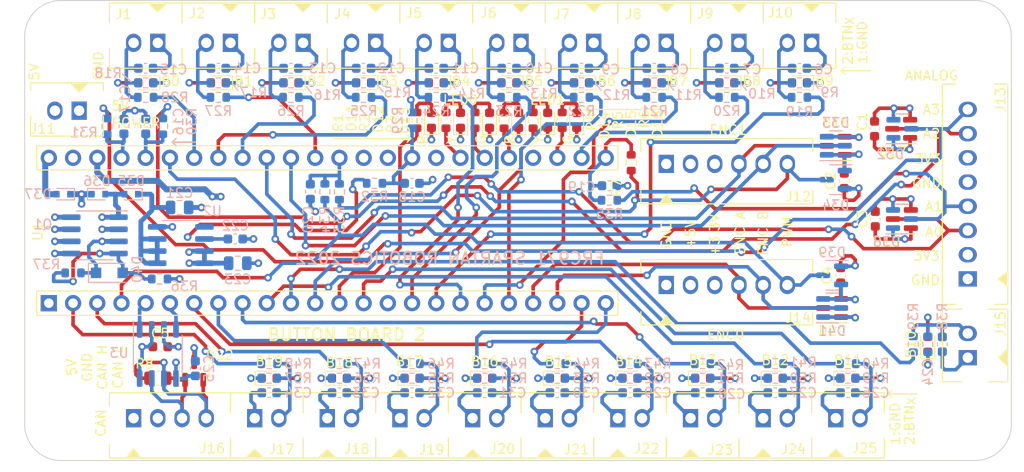
<source format=kicad_pcb>
(kicad_pcb (version 20240108) (generator "pcbnew") (generator_version "8.0")
  (title_block (title "Button Board V2") (date "2024-06-29") (rev "2"))
  (layers (0 "F.Cu" signal) (1 "In1.Cu" signal) (2 "In2.Cu" signal) (31 "B.Cu" signal) (34 "B.Paste" user) (35 "F.Paste" user) (36 "B.SilkS" user "B.Silkscreen") (37 "F.SilkS" user "F.Silkscreen") (38 "B.Mask" user) (39 "F.Mask" user) (44 "Edge.Cuts" user))
  (net 0 "")
  (net 1 "/+5V_MON_ADC")
  (net 2 "GND")
  (net 3 "/ENC1_ABS_ADC")
  (net 4 "/ABS3_ADC")
  (net 5 "/ABS2_ADC")
  (net 6 "+5V")
  (net 7 "/ENC0_ABS_ADC")
  (net 8 "+3.3V")
  (net 9 "Net-(D35-K)")
  (net 10 "Net-(U2-Cdelay)")
  (net 11 "Net-(D1-K)")
  (net 12 "Net-(D2-K)")
  (net 13 "Net-(D3-K)")
  (net 14 "Net-(D4-K)")
  (net 15 "Net-(D5-K)")
  (net 16 "Net-(D6-K)")
  (net 17 "/ENC1_A")
  (net 18 "/ENC0_A")
  (net 19 "/ENC1_B")
  (net 20 "/ENC0_B")
  (net 21 "/ABS2")
  (net 22 "/ENC1_ABS")
  (net 23 "/ABS1")
  (net 24 "/ENC0_ABS")
  (net 25 "/ABS3")
  (net 26 "/ABS0")
  (net 27 "Net-(D7-K)")
  (net 28 "+5VD")
  (net 29 "Net-(D8-K)")
  (net 30 "Net-(D9-K)")
  (net 31 "Net-(D10-K)")
  (net 32 "Net-(D11-A)")
  (net 33 "Net-(D12-A)")
  (net 34 "Net-(D13-A)")
  (net 35 "Net-(D14-A)")
  (net 36 "Net-(D15-A)")
  (net 37 "Net-(D16-A)")
  (net 38 "Net-(D21-K)")
  (net 39 "Net-(D23-K)")
  (net 40 "Net-(D24-K)")
  (net 41 "Net-(D25-K)")
  (net 42 "Net-(D26-K)")
  (net 43 "Net-(D27-K)")
  (net 44 "Net-(D28-K)")
  (net 45 "Net-(D29-K)")
  (net 46 "Net-(D30-K)")
  (net 47 "Net-(D31-K)")
  (net 48 "Net-(D40-A)")
  (net 49 "/CAN_H")
  (net 50 "/CAN_L")
  (net 51 "/V_{IN}")
  (net 52 "/LED0Y")
  (net 53 "/LED0G")
  (net 54 "/LED1R")
  (net 55 "/LED1G")
  (net 56 "/LED0R")
  (net 57 "/LED1Y")
  (net 58 "/BTN0")
  (net 59 "/BTN1")
  (net 60 "/BTN2")
  (net 61 "/BTN3")
  (net 62 "/BTN4")
  (net 63 "/BTN5")
  (net 64 "/BTN6")
  (net 65 "/BTN7")
  (net 66 "/BTN8")
  (net 67 "/BTN9")
  (net 68 "/BTN10")
  (net 69 "/BTN11")
  (net 70 "/BTN12")
  (net 71 "/BTN13")
  (net 72 "/BTN14")
  (net 73 "/BTN15")
  (net 74 "/BTN16")
  (net 75 "/BTN17")
  (net 76 "/BTN18")
  (net 77 "/BTN19")
  (net 78 "/CAN_TX")
  (net 79 "/CAN_RX")
  (net 83 "/Button Inputs/BN0")
  (net 84 "/Button Inputs/BN1")
  (net 85 "/Button Inputs/BN2")
  (net 86 "/Button Inputs/BN3")
  (net 87 "/Button Inputs/BN4")
  (net 88 "/Button Inputs/BN5")
  (net 89 "/Button Inputs/BN6")
  (net 90 "/Button Inputs/BN7")
  (net 91 "/Button Inputs/BN8")
  (net 92 "/Button Inputs/BN9")
  (net 93 "/Button Inputs/BN10")
  (net 94 "/Button Inputs/BN11")
  (net 95 "/Button Inputs/BN12")
  (net 96 "/Button Inputs/BN13")
  (net 97 "/Button Inputs/BN14")
  (net 98 "/Button Inputs/BN15")
  (net 99 "/Button Inputs/BN16")
  (net 100 "/Button Inputs/BN17")
  (net 101 "/Button Inputs/BN18")
  (net 102 "/Button Inputs/BN19")
  (net 103 "/+5V_{IN}")
  (footprint "LED_SMD:LED_0603_1608Metric" (layer "F.Cu") (at 145.542 93.218 90)
    (property "Reference" "D21")
    (property "Value" "BTN10")
  )
  (footprint "ButtonBd2:70543-0001" (layer "F.Cu") (at 113.03 100.965)
    (property "Reference" "J22")
    (property "Value" "B14")
  )
  (footprint "Resistor_SMD:R_0603_1608Metric" (layer "F.Cu") (at 94.996 69.723 90)
    (property "Reference" "R2")
    (property "Value" "1.00k-1%-0603")
  )
  (footprint "ButtonBd2:70543-0001" (layer "F.Cu") (at 128.27 100.965)
    (property "Reference" "J24")
    (property "Value" "B12")
  )
  (footprint "Capacitor_SMD:C_0603_1608Metric" (layer "F.Cu") (at 136.398 85.979 90)
    (property "Reference" "C4")
    (property "Value" "0.1uF-10%-50V-0603")
  )
  (footprint "ButtonBd2:70543-0007" (layer "F.Cu") (at 149.733 86.36 -90)
    (property "Reference" "J13")
    (property "Value" "ANALOG")
  )
  (footprint "LED_SMD:LED_0603_1608Metric" (layer "F.Cu") (at 93.472 69.723 90)
    (property "Reference" "D11")
    (property "Value" "0R")
  )
  (footprint "ButtonBd2:70543-0001" (layer "F.Cu") (at 102.87 61.595 180)
    (property "Reference" "J6")
    (property "Value" "B5")
  )
  (footprint "LED_SMD:LED_0603_1608Metric" (layer "F.Cu") (at 78.74 65.786 180)
    (property "Reference" "D3")
    (property "Value" "BTN2")
  )
  (footprint "LED_SMD:LED_0603_1608Metric" (layer "F.Cu") (at 108.712 69.723 90)
    (property "Reference" "D16")
    (property "Value" "1G")
  )
  (footprint "LED_SMD:LED_0603_1608Metric" (layer "F.Cu") (at 105.664 69.723 90)
    (property "Reference" "D15")
    (property "Value" "1Y")
  )
  (footprint "Capacitor_SMD:C_0603_1608Metric" (layer "F.Cu") (at 139.954 70.612 90)
    (property "Reference" "C1")
    (property "Value" "0.1uF-10%-50V-0603")
  )
  (footprint "ButtonBd2:70543-0003" (layer "F.Cu") (at 62.23 100.965 180)
    (property "Reference" "J16")
    (property "Value" "CAN")
  )
  (footprint "MountingHole:MountingHole_3.2mm_M3" (layer "F.Cu") (at 150.495 60.96)
    (property "Reference" "H2" (hide yes))
    (property "Value" "MountingHole")
  )
  (footprint "LED_SMD:LED_0603_1608Metric" (layer "F.Cu") (at 99.568 69.723 90)
    (property "Reference" "D13")
    (property "Value" "0G")
  )
  (footprint "Capacitor_SMD:C_0603_1608Metric" (layer "F.Cu") (at 140.0325 80.076 -90)
    (property "Reference" "C3")
    (property "Value" "0.1uF-10%-50V-0603")
  )
  (footprint "ButtonBd2:70543-0001" (layer "F.Cu") (at 80.01 61.595 180)
    (property "Reference" "J3")
    (property "Value" "B2")
  )
  (footprint "ButtonBd2:70543-0001" (layer "F.Cu") (at 149.733 94.615 90)
    (property "Reference" "J15")
    (property "Value" "B10")
  )
  (footprint "MountingHole:MountingHole_3.2mm_M3" (layer "F.Cu") (at 54.61 101.6)
    (property "Reference" "H3" (hide yes))
    (property "Value" "MountingHole")
  )
  (footprint "LED_SMD:LED_0603_1608Metric" (layer "F.Cu") (at 116.84 65.786 180)
    (property "Reference" "D8")
    (property "Value" "BTN7")
  )
  (footprint "Package_TO_SOT_SMD:SOT-23" (layer "F.Cu") (at 135.509 89.408 180)
    (property "Reference" "D20")
    (property "Value" "BAV99")
  )
  (footprint "LED_SMD:LED_0603_1608Metric" (layer "F.Cu") (at 83.82 96.774)
    (property "Reference" "D24")
    (property "Value" "BTN18")
  )
  (footprint "ButtonBd2:70543-0005" (layer "F.Cu") (at 118.11 74.295 180)
    (property "Reference" "J12")
    (property "Value" "ENC1")
  )
  (footprint "ButtonBd2:70543-0001" (layer "F.Cu") (at 72.39 61.595 180)
    (property "Reference" "J2")
    (property "Value" "B1")
  )
  (footprint "LED_SMD:LED_0603_1608Metric" (layer "F.Cu") (at 102.616 69.723 90)
    (property "Reference" "D14")
    (property "Value" "1R")
  )
  (footprint "ButtonBd2:70543-0001" (layer "F.Cu") (at 90.17 100.965)
    (property "Reference" "J19")
    (property "Value" "B17")
  )
  (footprint "ButtonBd2:70543-0005" (layer "F.Cu") (at 118.11 86.995 180)
    (property "Reference" "J14")
    (property "Value" "ENC0")
  )
  (footprint "LED_SMD:LED_0603_1608Metric" (layer "F.Cu") (at 91.44 96.774)
    (property "Reference" "D25")
    (property "Value" "BTN17")
  )
  (footprint "LED_SMD:LED_0603_1608Metric" (layer "F.Cu") (at 129.54 96.774)
    (property "Reference" "D30")
    (property "Value" "BTN12")
  )
  (footprint "LED_SMD:LED_0603_1608Metric" (layer "F.Cu") (at 96.52 69.723 90)
    (property "Reference" "D12")
    (property "Value" "0Y")
  )
  (footprint "ButtonBd2:70543-0001" (layer "F.Cu") (at 82.55 100.965)
    (property "Reference" "J18")
    (property "Value" "B18")
  )
  (footprint "ButtonBd2:70543-0001" (layer "F.Cu") (at 56.515 68.707 180)
    (property "Reference" "J11")
    (property "Value" "POWER")
  )
  (footprint "Package_TO_SOT_SMD:SOT-23" (layer "F.Cu") (at 142.748 70.612 180)
    (property "Reference" "D17")
    (property "Value" "BAV99")
  )
  (footprint "Resistor_SMD:R_0603_1608Metric" (layer "F.Cu") (at 98.044 69.723 90)
    (property "Reference" "R3")
    (property "Value" "1.00k-1%-0603")
  )
  (footprint "LED_SMD:LED_0603_1608Metric" (layer "F.Cu") (at 106.68 96.774)
    (property "Reference" "D27")
    (property "Value" "BTN15")
  )
  (footprint "ButtonBd2:70543-0001" (layer "F.Cu") (at 87.63 61.595 180)
    (property "Reference" "J4")
    (property "Value" "B3")
  )
  (footprint "Resistor_SMD:R_0805_2012Metric" (layer "F.Cu") (at 64.77 96.774 180)
    (property "Reference" "R8")
    (property "Value" "120R-1%-0805")
  )
  (footprint "Resistor_SMD:R_0603_1608Metric" (layer "F.Cu") (at 114.427 74.168 -90)
    (property "Reference" "R7")
    (property "Value" "100k-1%-0603")
  )
  (footprint "ButtonBd2:70543-0001" (layer "F.Cu") (at 120.65 100.965)
    (property "Reference" "J23")
    (property "Value" "B13")
  )
  (footprint "LED_SMD:LED_0603_1608Metric" (layer "F.Cu") (at 114.3 96.774)
    (property "Reference" "D28")
    (property "Value" "BTN14")
  )
  (footprint "LED_SMD:LED_0603_1608Metric" (layer "F.Cu") (at 101.6 65.786 180)
    (property "Reference" "D6")
    (property "Value" "BTN5")
  )
  (footprint "Resistor_SMD:R_0603_1608Metric" (layer "F.Cu") (at 101.092 69.723 90)
    (property "Reference" "R4")
    (property "Value" "1.00k-1%-0603")
  )
  (footprint "MountingHole:MountingHole_3.2mm_M3" (layer "F.Cu") (at 150.495 101.6)
    (property "Reference" "H4" (hide yes))
    (property "Value" "MountingHole")
  )
  (footprint "Resistor_SMD:R_0603_1608Metric" (layer "F.Cu") (at 91.948 69.723 90)
    (property "Reference" "R1")
    (property "Value" "1.00k-1%-0603")
  )
  (footprint "ButtonBd2:70543-0001" (layer "F.Cu") (at 97.79 100.965)
    (property "Reference" "J20")
    (property "Value" "B16")
  )
  (footprint "ButtonBd2:70543-0001" (layer "F.Cu") (at 133.35 61.595 180)
    (property "Reference" "J10")
    (property "Value" "B9")
  )
  (footprint "ButtonBd2:70543-0001" (layer "F.Cu") (at 64.77 61.595 180)
    (property "Reference" "J1")
    (property "Value" "B0")
  )
  (footprint "ButtonBd2:70543-0001" (layer "F.Cu") (at 118.11 61.595 180)
    (property "Reference" "J8")
    (property "Value" "B7")
  )
  (footprint "LED_SMD:LED_0603_1608Metric" (layer "F.Cu") (at 86.36 65.786 180)
    (property "Reference" "D4")
    (property "Value" "BTN3")
  )
  (footprint "Resistor_SMD:R_0603_1608Metric" (layer "F.Cu") (at 107.188 69.723 90)
    (property "Reference" "R6")
    (property "Value" "1.00k-1%-0603")
  )
  (footprint "LED_SMD:LED_0603_1608Metric" (layer "F.Cu") (at 63.5 65.786 180)
    (property "Reference" "D1")
    (property "Value" "BTN0")
  )
  (footprint "LED_SMD:LED_0603_1608Metric" (layer "F.Cu") (at 124.46 65.786 180)
    (property "Reference" "D9")
    (property "Value" "BTN8")
  )
  (footprint "Package_TO_SOT_SMD:SOT-23" (layer "F.Cu") (at 68.58 96.012 90)
    (property "Reference" "D22")
    (property "Value" "PESD1CAN")
  )
  (footprint "MountingHole:MountingHole_3.2mm_M3" (layer "F.Cu") (at 54.61 60.96)
    (property "Reference" "H1" (hide yes))
    (property "Value" "MountingHole")
  )
  (footprint "LED_SMD:LED_0603_1608Metric" (layer "F.Cu") (at 93.98 65.786 180)
    (property "Reference" "D5")
    (property "Value" "BTN4")
  )
  (footprint "LED_SMD:LED_0603_1608Metric" (layer "F.Cu") (at 132.08 65.786 180)
    (property "Reference" "D10")
    (property "Value" "BTN9")
  )
  (footprint "LED_SMD:LED_0603_1608Metric" (layer "F.Cu") (at 71.12 65.786 180)
    (property "Reference" "D2")
    (property "Value" "BTN1")
  )
  (footprint "ButtonBd2:70543-0001" (layer "F.Cu") (at 125.73 61.595 180)
    (property "Reference" "J9")
    (property "Value" "B8")
  )
  (footprint "ButtonBd2:70543-0001" (layer "F.Cu") (at 110.49 61.595 180)
    (property "Reference" "J7")
    (property "Value" "B6")
  )
  (footprint "ButtonBd2:70543-0001" (layer "F.Cu") (at 74.93 100.965)
    (property "Reference" "J17")
    (property "Value" "B19")
  )
  (footprint "LED_SMD:LED_0603_1608Metric" (layer "F.Cu") (at 121.92 96.774)
    (property "Reference" "D29")
    (property "Value" "BTN13")
  )
  (footprint "LED_SMD:LED_0603_1608Metric" (layer "F.Cu") (at 137.16 96.774)
    (property "Reference" "D31")
    (property "Value" "BTN11")
  )
  (footprint "Package_TO_SOT_SMD:SOT-23" (layer "F.Cu") (at 142.8265 80.076 180)
    (property "Reference" "D19")
    (property "Value" "BAV99")
  )
  (footprint "LED_SMD:LED_0603_1608Metric" (layer "F.Cu") (at 76.454 96.774)
    (property "Reference" "D23")
    (property "Value" "BTN19")
  )
  (footprint "LED_SMD:LED_0603_1608Metric" (layer "F.Cu") (at 99.06 96.774)
    (property "Reference" "D26")
    (property "Value" "BTN16")
  )
  (footprint "ButtonBd2:Teensy-DIP-49_W15.24mm_Socket" (layer "F.Cu") (at 53.34 88.9 90)
    (property "Reference" "U1")
    (property "Value" "Teensy3.5")
  )
  (footprint "Capacitor_SMD:C_0603_1608Metric" (layer "F.Cu") (at 65.024 93.472 180)
    (property "Reference" "C5")
    (property "Value" "0.1uF-10%-50V-0603")
  )
  (footprint "Package_TO_SOT_SMD:SOT-23" (layer "F.Cu") (at 135.89 72.39 180)
    (property "Reference" "D18")
    (property "Value" "BAV99")
  )
  (footprint "ButtonBd2:70543-0001" (layer "F.Cu") (at 105.41 100.965)
    (property "Reference" "J21")
    (property "Value" "B15")
  )
  (footprint "Capacitor_SMD:C_0603_1608Metric" (layer "F.Cu") (at 136.779 76.073 90)
    (property "Reference" "C2")
    (property "Value" "0.1uF-10%-50V-0603")
  )
  (footprint "LED_SMD:LED_0603_1608Metric" (layer "F.Cu") (at 109.22 65.786 180)
    (property "Reference" "D7")
    (property "Value" "BTN6")
  )
  (footprint "Resistor_SMD:R_0603_1608Metric" (layer "F.Cu") (at 104.14 69.723 90)
    (property "Reference" "R5")
    (property "Value" "1.00k-1%-0603")
  )
  (footprint "ButtonBd2:70543-0001" (layer "F.Cu") (at 135.89 100.965)
    (property "Reference" "J25")
    (property "Value" "B11")
  )
  (footprint "ButtonBd2:70543-0001" (layer "F.Cu") (at 95.25 61.595 180)
    (property "Reference" "J5")
    (property "Value" "B4")
  )
  (footprint "Resistor_SMD:R_0603_1608Metric" (layer "B.Cu") (at 86.36 65.786 180)
    (property "Reference" "R15")
    (property "Value" "3.0k-1%-0603")
  )
  (footprint "Resistor_SMD:R_0603_1608Metric" (layer "B.Cu") (at 59.436 70.358 90)
    (property "Reference" "R31")
    (property "Value" "10.0k-1%-0603")
  )
  (footprint "Resistor_SMD:R_0603_1608Metric" (layer "B.Cu") (at 116.84 67.31)
    (property "Reference" "R21")
    (property "Value" "4.99k-1%-0603")
  )
  (footprint "Package_SO:SOIC-8_3.9x4.9mm_P1.27mm" (layer "B.Cu") (at 58.166 81.788 180)
    (property "Reference" "Q1")
    (property "Value" "SI4483ADY-T1-GE3")
  )
  (footprint "Resistor_SMD:R_0603_1608Metric" (layer "B.Cu") (at 76.454 96.774)
    (property "Reference" "R57")
    (property "Value" "3.0k-1%-0603")
  )
  (footprint "Resistor_SMD:R_0603_1608Metric" (layer "B.Cu") (at 63.5 67.31)
    (property "Reference" "R28")
    (property "Value" "4.99k-1%-0603")
  )
  (footprint "Capacitor_SMD:C_0603_1608Metric" (layer "B.Cu") (at 109.22 64.262)
    (property "Reference" "C9")
    (property "Value" "1nF-50V-10%-0603")
  )
  (footprint "Package_TO_SOT_SMD:SOT-23" (layer "B.Cu") (at 135.89 75.946 180)
    (property "Reference" "D34")
    (property "Value" "BAV99")
  )
  (footprint "Resistor_SMD:R_0603_1608Metric" (layer "B.Cu") (at 129.54 96.774)
    (property "Reference" "R50")
    (property "Value" "3.0k-1%-0603")
  )
  (footprint "Capacitor_SMD:C_0603_1608Metric" (layer "B.Cu") (at 63.5 70.358 90)
    (property "Reference" "C16")
    (property "Value" "0.1uF-10%-50V-0603")
  )
  (footprint "Resistor_SMD:R_0603_1608Metric" (layer "B.Cu") (at 64.96 86.36 180)
    (property "Reference" "R36")
    (property "Value" "1.00k-1%-0603")
  )
  (footprint "Resistor_SMD:R_0603_1608Metric" (layer "B.Cu") (at 78.74 65.786 180)
    (property "Reference" "R16")
    (property "Value" "3.0k-1%-0603")
  )
  (footprint "Resistor_SMD:R_0603_1608Metric" (layer "B.Cu") (at 91.44 96.774)
    (property "Reference" "R55")
    (property "Value" "3.0k-1%-0603")
  )
  (footprint "Capacitor_SMD:C_0603_1608Metric" (layer "B.Cu") (at 121.92 98.298 180)
    (property "Reference" "C28")
    (property "Value" "1nF-50V-10%-0603")
  )
  (footprint "Capacitor_SMD:C_0603_1608Metric" (layer "B.Cu") (at 72.898 82.169)
    (property "Reference" "C22")
    (property "Value" "3.3nF-50V-10%-0603")
  )
  (footprint "Resistor_SMD:R_0603_1608Metric" (layer "B.Cu") (at 114.287254 95.25 180)
    (property "Reference" "R43")
    (property "Value" "4.99k-1%-0603")
  )
  (footprint "Resistor_SMD:R_0603_1608Metric" (layer "B.Cu") (at 91.44 95.25 180)
    (property "Reference" "R46")
    (property "Value" "4.99k-1%-0603")
  )
  (footprint "Resistor_SMD:R_0603_1608Metric" (layer "B.Cu") (at 63.5 65.786 180)
    (property "Reference" "R18")
    (property "Value" "3.0k-1%-0603")
  )
  (footprint "Resistor_SMD:R_0603_1608Metric" (layer "B.Cu") (at 93.98 67.31)
    (property "Reference" "R24")
    (property "Value" "4.99k-1%-0603")
  )
  (footprint "Capacitor_SMD:C_0603_1608Metric" (layer "B.Cu") (at 61.214 70.358 90)
    (property "Reference" "C17")
    (property "Value" "0.1uF-10%-50V-0603")
  )
  (footprint "Resistor_SMD:R_0603_1608Metric" (layer "B.Cu") (at 145.542 93.218 90)
    (property "Reference" "R38")
    (property "Value" "3.0k-1%-0603")
  )
  (footprint "Resistor_SMD:R_0603_1608Metric" (layer "B.Cu") (at 121.92 96.774)
    (property "Reference" "R51")
    (property "Value" "3.0k-1%-0603")
  )
  (footprint "Resistor_SMD:R_0603_1608Metric" (layer "B.Cu") (at 91.44 69.723 90)
    (property "Reference" "R29")
    (property "Value" "4.99k-1%-0603")
  )
  (footprint "Resistor_SMD:R_0603_1608Metric" (layer "B.Cu") (at 124.46 65.786 180)
    (property "Reference" "R10")
    (property "Value" "3.0k-1%-0603")
  )
  (footprint "Capacitor_SMD:C_0603_1608Metric" (layer "B.Cu") (at 80.772 77.203 -90)
    (property "Reference" "C20")
    (property "Value" "0.1uF-10%-50V-0603")
  )
  (footprint "Capacitor_SMD:C_0603_1608Metric" (layer "B.Cu") (at 83.82 98.298 180)
    (property "Reference" "C33")
    (property "Value" "1nF-50V-10%-0603")
  )
  (footprint "Resistor_SMD:R_0603_1608Metric" (layer "B.Cu") (at 83.82 77.216 -90)
    (property "Reference" "R33")
    (property "Value" "10.0k-1%-0603")
  )
  (footprint "Package_TO_SOT_SMD:SOT-23" (layer "B.Cu") (at 135.509 85.979 180)
    (property "Reference" "D39")
    (property "Value" "BAV99")
  )
  (footprint "Capacitor_SMD:C_0805_2012Metric" (layer "B.Cu") (at 67.056 78.867)
    (property "Reference" "C21")
    (property "Value" "22uF-10V-10%-0805")
  )
  (footprint "Resistor_SMD:R_0603_1608Metric" (layer "B.Cu") (at 99.06 95.25 180)
    (property "Reference" "R45")
    (property "Value" "4.99k-1%-0603")
  )
  (footprint "Package_TO_SOT_SMD:SOT-23" (layer "B.Cu") (at 142.875 70.612)
    (property "Reference" "D32")
    (property "Value" "BAV99")
  )
  (footprint "Capacitor_SMD:C_0603_1608Metric" (layer "B.Cu") (at 91.44 76.327)
    (property "Reference" "C18")
    (property "Value" "0.1uF-10%-50V-0603")
  )
  (footprint "Diode_SMD:D_SOD-523" (layer "B.Cu") (at 54.864 77.47 180)
    (property "Reference" "D37")
    (property "Value" "NSR05T40XV2T5G")
  )
  (footprint "Resistor_SMD:R_0603_1608Metric" (layer "B.Cu") (at 129.54 95.25 180)
    (property "Reference" "R41")
    (property "Value" "4.99k-1%-0603")
  )
  (footprint "Resistor_SMD:R_0603_1608Metric" (layer "B.Cu") (at 137.16 96.774)
    (property "Reference" "R49")
    (property "Value" "3.0k-1%-0603")
  )
  (footprint "Capacitor_SMD:C_0603_1608Metric" (layer "B.Cu") (at 114.3 98.298 180)
    (property "Reference" "C29")
    (property "Value" "1nF-50V-10%-0603")
  )
  (footprint "Package_SO:SOIC-8_3.9x4.9mm_P1.27mm" (layer "B.Cu") (at 67.183 82.804)
    (property "Reference" "U2")
    (property "Value" "MCP1727-3302E/SN")
  )
  (footprint "Diode_SMD:D_SOD-123F" (layer "B.Cu") (at 59.69 85.725)
    (property "Reference" "D40")
    (property "Value" "15V")
  )
  (footprint "Resistor_SMD:R_0603_1608Metric" (layer "B.Cu") (at 137.16 95.25 180)
    (property "Reference" "R40")
    (property "Value" "4.99k-1%-0603")
  )
  (footprint "Resistor_SMD:R_0603_1608Metric" (layer "B.Cu") (at 55.88 85.725)
    (property "Reference" "R37")
    (property "Value" "20.0k-1%-0603")
  )
  (footprint "Resistor_SMD:R_0603_1608Metric" (layer "B.Cu") (at 144.018 93.218 -90)
    (property "Reference" "R39")
    (property "Value" "4.99k-1%-0603")
  )
  (footprint "Resistor_SMD:R_0603_1608Metric" (layer "B.Cu") (at 101.6 65.786 180)
    (property "Reference" "R13")
    (property "Value" "3.0k-1%-0603")
  )
  (footprint "Package_TO_SOT_SMD:SOT-23" (layer "B.Cu") (at 135.509 89.408)
    (property "Reference" "D41")
    (property "Value" "BAV99")
  )
  (footprint "Resistor_SMD:R_0603_1608Metric" (layer "B.Cu") (at 65.278 70.358 90)
    (property "Reference" "R30")
    (property "Value" "10.0k-1%-0603")
  )
  (footprint "Capacitor_SMD:C_0603_1608Metric" (layer "B.Cu") (at 99.06 98.298 180)
    (property "Reference" "C31")
    (property "Value" "1nF-50V-10%-0603")
  )
  (footprint "Resistor_SMD:R_0603_1608Metric" (layer "B.Cu") (at 101.6 67.31)
    (property "Reference" "R23")
    (property "Value" "4.99k-1%-0603")
  )
  (footprint "Capacitor_SMD:C_0603_1608Metric" (layer "B.Cu") (at 93.98 64.262)
    (property "Reference" "C11")
    (property "Value" "1nF-50V-10%-0603")
  )
  (footprint "Package_TO_SOT_SMD:SOT-23" (layer "B.Cu") (at 135.89 72.39)
    (property "Reference" "D33")
    (property "Value" "BAV99")
  )
  (footprint "Resistor_SMD:R_0603_1608Metric" (layer "B.Cu") (at 83.82 95.25 180)
    (property "Reference" "R47")
    (property "Value" "4.99k-1%-0603")
  )
  (footprint "Resistor_SMD:R_0603_1608Metric" (layer "B.Cu") (at 93.98 65.786 180)
    (property "Reference" "R14")
    (property "Value" "3.0k-1%-0603")
  )
  (footprint "Capacitor_SMD:C_0603_1608Metric" (layer "B.Cu") (at 86.36 64.262)
    (property "Reference" "C12")
    (property "Value" "1nF-50V-10%-0603")
  )
  (footprint "Resistor_SMD:R_0603_1608Metric" (layer "B.Cu") (at 114.3 96.774)
    (property "Reference" "R52")
    (property "Value" "3.0k-1%-0603")
  )
  (footprint "Diode_SMD:D_SOD-523" (layer "B.Cu") (at 61.976 77.47 180)
    (property "Reference" "D35")
    (property "Value" "NSR05T40XV2T5G")
  )
  (footprint "Resistor_SMD:R_0603_1608Metric" (layer "B.Cu") (at 116.84 65.786 180)
    (property "Reference" "R11")
    (property "Value" "3.0k-1%-0603")
  )
  (footprint "Resistor_SMD:R_0603_1608Metric" (layer "B.Cu") (at 132.08 67.31)
    (property "Reference" "R19")
    (property "Value" "4.99k-1%-0603")
  )
  (footprint "Resistor_SMD:R_0603_1608Metric" (layer "B.Cu") (at 78.74 67.31)
    (property "Reference" "R26")
    (property "Value" "4.99k-1%-0603")
  )
  (footprint "Resistor_SMD:R_0603_1608Metric" (layer "B.Cu") (at 87.503 76.327 180)
    (property "Reference" "R32")
    (property "Value" "20.0k-1%-0603")
  )
  (footprint "Capacitor_SMD:C_0603_1608Metric" (layer "B.Cu") (at 132.08 64.262)
    (property "Reference" "C6")
    (property "Value" "1nF-50V-10%-0603")
  )
  (footprint "Resistor_SMD:R_0603_1608Metric" (layer "B.Cu") (at 121.92 95.25 180)
    (property "Reference" "R42")
    (property "Value" "4.99k-1%-0603")
  )
  (footprint "Resistor_SMD:R_0603_1608Metric" (layer "B.Cu") (at 106.68 95.25 180)
    (property "Reference" "R44")
    (property "Value" "4.99k-1%-0603")
  )
  (footprint "Capacitor_SMD:C_0603_1608Metric" (layer "B.Cu") (at 116.84 64.262)
    (property "Reference" "C8")
    (property "Value" "1nF-50V-10%-0603")
  )
  (footprint "Resistor_SMD:R_0603_1608Metric" (layer "B.Cu") (at 99.06 96.774)
    (property "Reference" "R54")
    (property "Value" "3.0k-1%-0603")
  )
  (footprint "Capacitor_SMD:C_0603_1608Metric" (layer "B.Cu") (at 71.12 64.262)
    (property "Reference" "C14")
    (property "Value" "1nF-50V-10%-0603")
  )
  (footprint "Resistor_SMD:R_0603_1608Metric" (layer "B.Cu") (at 109.22 67.31)
    (property "Reference" "R22")
    (property "Value" "4.99k-1%-0603")
  )
  (footprint "Package_SO:SO-8_3.9x4.9mm_P1.27mm" (layer "B.Cu") (at 64.77 94.234 -90)
    (property "Reference" "U3")
    (property "Value" "MCP2542FD-E/SN")
  )
  (footprint "Capacitor_SMD:C_0805_2012Metric" (layer "B.Cu") (at 73.152 84.709)
    (property "Reference" "C23")
    (property "Value" "1uF-25V-10%-0805")
  )
  (footprint "Resistor_SMD:R_0603_1608Metric" (layer "B.Cu") (at 124.46 67.31)
    (property "Reference" "R20")
    (property "Value" "4.99k-1%-0603")
  )
  (footprint "Capacitor_SMD:C_0603_1608Metric" (layer "B.Cu") (at 112.141 76.581)
    (property "Reference" "C19")
    (property "Value" "0.1uF-10%-50V-0603")
  )
  (footprint "Resistor_SMD:R_0603_1608Metric" (layer "B.Cu") (at 112.141 78.105)
    (property "Reference" "R35")
    (property "Value" "10.0k-1%-0603")
  )
  (footprint "Capacitor_SMD:C_0603_1608Metric" (layer "B.Cu") (at 106.68 98.298 180)
    (property "Reference" "C30")
    (property "Value" "1nF-50V-10%-0603")
  )
  (footprint "Resistor_SMD:R_0603_1608Metric" (layer "B.Cu") (at 71.12 67.31)
    (property "Reference" "R27")
    (property "Value" "4.99k-1%-0603")
  )
  (footprint "Resistor_SMD:R_0603_1608Metric" (layer "B.Cu") (at 109.22 65.786 180)
    (property "Reference" "R12")
    (property "Value" "3.0k-1%-0603")
  )
  (footprint "Resistor_SMD:R_0603_1608Metric" (layer "B.Cu") (at 132.08 65.786 180)
    (property "Reference" "R9")
    (property "Value" "3.0k-1%-0603")
  )
  (footprint "Diode_SMD:D_SOD-523" (layer "B.Cu") (at 58.547 77.47)
    (property "Reference" "D36")
    (property "Value" "NSR05T40XV2T5G")
  )
  (footprint "Resistor_SMD:R_0603_1608Metric" (layer "B.Cu") (at 71.12 65.786 180)
    (property "Reference" "R17")
    (property "Value" "3.0k-1%-0603")
  )
  (footprint "Capacitor_SMD:C_0603_1608Metric" (layer "B.Cu") (at 147.066 93.218 -90)
    (property "Reference" "C24")
    (property "Value" "1nF-50V-10%-0603")
  )
  (footprint "Capacitor_SMD:C_0603_1608Metric" (layer "B.Cu") (at 68.707 95.758 90)
    (property "Reference" "C25")
    (property "Value" "0.1uF-10%-50V-0603")
  )
  (footprint "Capacitor_SMD:C_0603_1608Metric" (layer "B.Cu") (at 137.16 98.298 180)
    (property "Reference" "C26")
    (property "Value" "1nF-50V-10%-0603")
  )
  (footprint "Capacitor_SMD:C_0603_1608Metric" (layer "B.Cu") (at 63.5 64.262)
    (property "Reference" "C15")
    (property "Value" "1nF-50V-10%-0603")
  )
  (footprint "Capacitor_SMD:C_0603_1608Metric" (layer "B.Cu") (at 76.454 98.298 180)
    (property "Reference" "C34")
    (property "Value" "1nF-50V-10%-0603")
  )
  (footprint "Capacitor_SMD:C_0603_1608Metric" (layer "B.Cu") (at 91.44 98.298 180)
    (property "Reference" "C32")
    (property "Value" "1nF-50V-10%-0603")
  )
  (footprint "Resistor_SMD:R_0603_1608Metric" (layer "B.Cu") (at 86.36 67.31)
    (property "Reference" "R25")
    (property "Value" "4.99k-1%-0603")
  )
  (footprint "Capacitor_SMD:C_0603_1608Metric" (layer "B.Cu") (at 101.613 64.262)
    (property "Reference" "C10")
    (property "Value" "1nF-50V-10%-0603")
  )
  (footprint "Resistor_SMD:R_0603_1608Metric" (layer "B.Cu") (at 83.82 96.774)
    (property "Reference" "R56")
    (property "Value" "3.0k-1%-0603")
  )
  (footprint "Resistor_SMD:R_0603_1608Metric" (layer "B.Cu") (at 106.68 96.774)
    (property "Reference" "R53")
    (property "Value" "3.0k-1%-0603")
  )
  (footprint "Capacitor_SMD:C_0603_1608Metric" (layer "B.Cu") (at 124.46 64.262)
    (property "Reference" "C7")
    (property "Value" "1nF-50V-10%-0603")
  )
  (footprint "Package_TO_SOT_SMD:SOT-23" (layer "B.Cu") (at 142.8265 80.076)
    (property "Reference" "D38")
    (property "Value" "BAV99")
  )
  (footprint "Resistor_SMD:R_0603_1608Metric" (layer "B.Cu") (at 76.454 95.25 180)
    (property "Reference" "R48")
    (property "Value" "4.99k-1%-0603")
  )
  (footprint "Capacitor_SMD:C_0603_1608Metric" (layer "B.Cu") (at 129.54 98.298 180)
    (property "Reference" "C27")
    (property "Value" "1nF-50V-10%-0603")
  )
  (footprint "Capacitor_SMD:C_0603_1608Metric" (layer "B.Cu") (at 78.74 64.262)
    (property "Reference" "C13")
    (property "Value" "1nF-50V-10%-0603")
  )
  (footprint "Resistor_SMD:R_0603_1608Metric" (layer "B.Cu") (at 82.296 77.216 -90)
    (property "Reference" "R34")
    (property "Value" "100k-1%-0603")
  )
  (gr_line (start 126.492 66.548) (end 125.984 65.913) (stroke (width 0.15)) (layer "B.SilkS"))
  (gr_line (start 111.252 66.548) (end 110.744 65.913) (stroke (width 0.15)) (layer "B.SilkS"))
  (gr_line (start 118.872 66.548) (end 118.364 65.913) (stroke (width 0.15)) (layer "B.SilkS"))
  (gr_line (start 96.012 66.421) (end 95.504 65.786) (stroke (width 0.15)) (layer "B.SilkS"))
  (gr_line (start 68.707 72.009) (end 66.294 72.009) (stroke (width 0.15)) (layer "B.SilkS"))
  (gr_line (start 80.899 66.8655) (end 80.391 66.2305) (stroke (width 0.15)) (layer "B.SilkS"))
  (gr_line (start 66.294 72.009) (end 66.675 72.39) (stroke (width 0.15)) (layer "B.SilkS"))
  (gr_line (start 61.087 64.897) (end 61.976 65.659) (stroke (width 0.15)) (layer "B.SilkS"))
  (gr_line (start 134.112 66.421) (end 133.604 65.786) (stroke (width 0.15)) (layer "B.SilkS"))
  (gr_line (start 88.392 66.7385) (end 87.884 66.1035) (stroke (width 0.15)) (layer "B.SilkS"))
  (gr_line (start 66.294 72.009) (end 66.675 71.628) (stroke (width 0.15)) (layer "B.SilkS"))
  (gr_line (start 103.632 66.548) (end 103.124 65.913) (stroke (width 0.15)) (layer "B.SilkS"))
  (gr_line (start 73.152 66.548) (end 72.644 65.913) (stroke (width 0.15)) (layer "B.SilkS"))
  (gr_line (start 109.601 68.58) (end 109.982 68.961) (stroke (width 0.15)) (layer "F.SilkS"))
  (gr_line (start 136.4615 64.516) (end 136.8425 64.135) (stroke (width 0.15)) (layer "F.SilkS"))
  (gr_line (start 144.36725 98.425) (end 141.38275 98.425) (stroke (width 0.15)) (layer "F.SilkS"))
  (gr_line (start 91.313 71.628) (end 90.932 72.009) (stroke (width 0.15)) (layer "F.SilkS"))
  (gr_line (start 136.4615 64.516) (end 136.8425 64.897) (stroke (width 0.15)) (layer "F.SilkS"))
  (gr_line (start 117.348 68.58) (end 109.601 68.58) (stroke (width 0.15)) (layer "F.SilkS"))
  (gr_line (start 109.601 68.58) (end 109.982 68.199) (stroke (width 0.15)) (layer "F.SilkS"))
  (gr_line (start 139.446 64.516) (end 136.4615 64.516) (stroke (width 0.15)) (layer "F.SilkS"))
  (gr_line (start 91.313 71.628) (end 90.932 71.247) (stroke (width 0.15)) (layer "F.SilkS"))
  (gr_line (start 83.185 71.628) (end 91.313 71.628) (stroke (width 0.15)) (layer "F.SilkS"))
  (gr_line (start 141.38275 98.425) (end 141.76375 98.044) (stroke (width 0.15)) (layer "F.SilkS"))
  (gr_line (start 141.38275 98.425) (end 141.76375 98.806) (stroke (width 0.15)) (layer "F.SilkS"))
  (gr_line (start 50.8 60.96) (end 50.8 101.6) (stroke (width 0.1)) (layer "Edge.Cuts"))
  (gr_arc (start 154.305 101.6) (mid 153.189077 104.294077) (end 150.495 105.41) (stroke (width 0.1)) (layer "Edge.Cuts"))
  (gr_line (start 150.495 57.15) (end 54.61 57.15) (stroke (width 0.1)) (layer "Edge.Cuts"))
  (gr_line (start 54.61 105.41) (end 150.495 105.41) (stroke (width 0.1)) (layer "Edge.Cuts"))
  (gr_arc (start 150.495 57.15) (mid 153.189077 58.265923) (end 154.305 60.96) (stroke (width 0.1)) (layer "Edge.Cuts"))
  (gr_arc (start 54.61 105.41) (mid 51.915923 104.294077) (end 50.8 101.6) (stroke (width 0.1)) (layer "Edge.Cuts"))
  (gr_line (start 154.305 101.6) (end 154.305 60.96) (stroke (width 0.1)) (layer "Edge.Cuts"))
  (gr_arc (start 50.8 60.96) (mid 51.915923 58.265923) (end 54.61 57.15) (stroke (width 0.1)) (layer "Edge.Cuts"))
  (gr_text "FRC971 SPARTAN ROBOTICS 2022" (at 95.377 84.201 0) (layer "B.SilkS") (effects (font (size 1.27 1.27) (thickness 0.2032)) (justify mirror)))
  (gr_text "1:GND" (at 138.684 63.881 90) (layer "F.SilkS") (effects (font (size 1 1)) (justify left)))
  (gr_text "ENC B" (at 128.27 81.534 90) (layer "F.SilkS") (effects (font (size 1 1))))
  (gr_text "Y" (at 95.631 71.755 90) (layer "F.SilkS") (effects (font (size 1 1))))
  (gr_text "LED1" (at 105.664 67.564 0) (layer "F.SilkS") (effects (font (size 1 1))))
  (gr_text "3V3" (at 145.542 73.787 0) (layer "F.SilkS") (effects (font (size 1 1))))
  (gr_text "A1" (at 146.177 78.74 0) (layer "F.SilkS") (effects (font (size 1 1))))
  (gr_text "GND" (at 118.11 81.661 90) (layer "F.SilkS") (effects (font (size 1 1))))
  (gr_text "GND" (at 58.547 64.008 90) (layer "F.SilkS") (effects (font (size 1 1))))
  (gr_text "1:GND" (at 142.113 103.886 90) (layer "F.SilkS") (effects (font (size 1 1)) (justify left)))
  (gr_text "+3.3V" (at 123.19 81.788 90) (layer "F.SilkS") (effects (font (size 1 1))))
  (gr_text "R" (at 92.583 71.755 90) (layer "F.SilkS") (effects (font (size 1 1))))
  (gr_text "R" (at 101.727 71.755 90) (layer "F.SilkS") (effects (font (size 1 1))))
  (gr_text "BUTTON BOARD 2" (at 84.582 92.202 0) (layer "F.SilkS") (effects (font (size 1.27 1.27) (thickness 0.2032))))
  (gr_text "A2" (at 145.923 71.12 0) (layer "F.SilkS") (effects (font (size 1 1))))
  (gr_text "5V" (at 59.817 68.199 0) (layer "F.SilkS") (effects (font (size 1 1)) (justify left)))
  (gr_text "ENC A" (at 125.857 81.534 90) (layer "F.SilkS") (effects (font (size 1 1))))
  (gr_text "5V\nGND\nCAN H\nCAN L" (at 58.166 95.631 90) (layer "F.SilkS") (effects (font (size 1 1))))
  (gr_text "PWM" (at 130.81 81.407 90) (layer "F.SilkS") (effects (font (size 1 1))))
  (gr_text "LED0" (at 96.52 67.564 0) (layer "F.SilkS") (effects (font (size 1 1))))
  (gr_text "Y" (at 104.775 71.755 90) (layer "F.SilkS") (effects (font (size 1 1))))
  (gr_text "+5V" (at 120.65 81.661 90) (layer "F.SilkS") (effects (font (size 1 1))))
  (gr_text "GND" (at 145.288 86.487 0) (layer "F.SilkS") (effects (font (size 1 1))))
  (gr_text "2:BTN_{X}" (at 137.16 64.008 90) (layer "F.SilkS") (effects (font (size 1 1)) (justify left)))
  (gr_text "5V" (at 51.816 64.643 90) (layer "F.SilkS") (effects (font (size 1 1))))
  (gr_text "3V3" (at 145.415 83.947 0) (layer "F.SilkS") (effects (font (size 1 1))))
  (gr_text "A0" (at 146.177 81.407 0) (layer "F.SilkS") (effects (font (size 1 1))))
  (gr_text "A3" (at 145.923 68.58 0) (layer "F.SilkS") (effects (font (size 1 1))))
  (gr_text "GND" (at 145.415 76.327 0) (layer "F.SilkS") (effects (font (size 1 1))))
  (gr_text "G" (at 98.679 71.755 90) (layer "F.SilkS") (effects (font (size 1 1))))
  (gr_text "G" (at 107.823 71.755 90) (layer "F.SilkS") (effects (font (size 1 1))))
  (gr_text "2:BTN_{X}" (at 143.637 103.886 90) (layer "F.SilkS") (effects (font (size 1 1)) (justify left)))
  (segment (start 88.328 76.327) (end 89.154 76.327) (width 0.381) (layer "B.Cu") (net 1))
  (segment (start 88.328 76.327) (end 89.408 76.327) (width 0.381) (layer "B.Cu") (net 1))
  (segment (start 91.44 70.548) (end 91.44 73.66) (width 0.381) (layer "B.Cu") (net 1))
  (segment (start 91.44 73.66) (end 91.44 73.6854) (width 0.381) (layer "B.Cu") (net 1))
  (segment (start 89.5096 75.6158) (end 89.5096 76.327) (width 0.381) (layer "B.Cu") (net 1))
  (segment (start 91.44 73.6854) (end 89.5096 75.6158) (width 0.381) (layer "B.Cu") (net 1))
  (segment (start 89.408 76.327) (end 90.665 76.327) (width 0.381) (layer "B.Cu") (net 1))
  (segment (start 140.335 82.169) (end 140.0325 81.8665) (width 0.381) (layer "F.Cu") (net 2))
  (segment (start 136.779 75.298) (end 136.779 73.3885) (width 0.381) (layer "F.Cu") (net 2))
  (segment (start 143.764 82.169) (end 141.859 82.169) (width 0.381) (layer "F.Cu") (net 2))
  (segment (start 102.616 70.5105) (end 102.616 71.755) (width 0.381) (layer "F.Cu") (net 2))
  (segment (start 138.303 73.279) (end 136.8885 73.279) (width 0.381) (layer "F.Cu") (net 2))
  (segment (start 63.119 93.472) (end 64.249 93.472) (width 0.381) (layer "F.Cu") (net 2))
  (segment (start 137.541 83.947) (end 137.922 84.328) (width 0.381) (layer "F.Cu") (net 2))
  (segment (start 139.954 72.517) (end 140.208 72.771) (width 0.381) (layer "F.Cu") (net 2))
  (segment (start 137.856 90.358) (end 136.4465 90.358) (width 0.381) (layer "F.Cu") (net 2))
  (segment (start 137.922 90.424) (end 137.856 90.358) (width 0.381) (layer "F.Cu") (net 2))
  (segment (start 143.764 81.026) (end 143.764 82.169) (width 0.381) (layer "F.Cu") (net 2))
  (segment (start 136.906 83.947) (end 137.541 83.947) (width 0.381) (layer "F.Cu") (net 2))
  (segment (start 137.922 84.328) (end 137.922 84.963) (width 0.381) (layer "F.Cu") (net 2))
  (segment (start 143.6855 72.7225) (end 143.637 72.771) (width 0.381) (layer "F.Cu") (net 2))
  (segment (start 96.52 70.5105) (end 96.52 71.755) (width 0.381) (layer "F.Cu") (net 2))
  (segment (start 68.58 93.599) (end 68.58 95.0745) (width 0.381) (layer "F.Cu") (net 2))
  (segment (start 93.472 70.5105) (end 93.472 71.755) (width 0.381) (layer "F.Cu") (net 2))
  (segment (start 140.208 72.771) (end 143.637 72.771) (width 0.381) (layer "F.Cu") (net 2))
  (segment (start 143.6855 71.562) (end 143.6855 72.7225) (width 0.381) (layer "F.Cu") (net 2))
  (segment (start 105.664 70.5105) (end 105.664 71.755) (width 0.381) (layer "F.Cu") (net 2))
  (segment (start 136.398 85.204) (end 136.398 84.455) (width 0.381) (layer "F.Cu") (net 2))
  (segment (start 141.859 82.169) (end 140.335 82.169) (width 0.381) (layer "F.Cu") (net 2))
  (segment (start 136.398 84.455) (end 136.906 83.947) (width 0.381) (layer "F.Cu") (net 2))
  (segment (start 140.0325 81.8665) (end 140.0325 80.851) (width 0.381) (layer "F.Cu") (net 2))
  (segment (start 99.568 70.5105) (end 99.568 71.755) (width 0.381) (layer "F.Cu") (net 2))
  (segment (start 108.712 70.5105) (end 108.712 71.755) (width 0.381) (layer "F.Cu") (net 2))
  (segment (start 136.8885 73.279) (end 136.8275 73.34) (width 0.381) (layer "F.Cu") (net 2))
  (segment (start 136.779 73.3885) (end 136.8275 73.34) (width 0.381) (layer "F.Cu") (net 2))
  (segment (start 139.954 71.387) (end 139.954 72.517) (width 0.381) (layer "F.Cu") (net 2))
  (via (at 114.046 76.581) (size 0.8) (drill 0.4) (layers "F.Cu" "B.Cu") (net 2))
  (via (at 143.637 72.771) (size 0.8) (drill 0.4) (layers "F.Cu" "B.Cu") (net 2))
  (via (at 93.472 71.755) (size 0.8) (drill 0.4) (layers "F.Cu" "B.Cu") (net 2))
  (via (at 137.922 84.963) (size 0.8) (drill 0.4) (layers "F.Cu" "B.Cu") (net 2))
  (via (at 102.616 71.755) (size 0.8) (drill 0.4) (layers "F.Cu" "B.Cu") (net 2))
  (via (at 105.664 71.755) (size 0.8) (drill 0.4) (layers "F.Cu" "B.Cu") (net 2))
  (via (at 96.52 71.755) (size 0.8) (drill 0.4) (layers "F.Cu" "B.Cu") (net 2))
  (via (at 69.342 78.867) (size 0.8) (drill 0.4) (layers "F.Cu" "B.Cu") (net 2))
  (via (at 81.297242 79.290417) (size 0.8) (drill 0.4) (layers "F.Cu" "B.Cu") (net 2))
  (via (at 62.357 68.707) (size 0.8) (drill 0.4) (layers "F.Cu" "B.Cu") (net 2))
  (via (at 91.313 67.564) (size 0.8) (drill 0.4) (layers "F.Cu" "B.Cu") (net 2))
  (via (at 68.58 93.599) (size 0.8) (drill 0.4) (layers "F.Cu" "B.Cu") (net 2))
  (via (at 74.803 82.169) (size 0.8) (drill 0.4) (layers "F.Cu" "B.Cu") (net 2))
  (via (at 99.568 71.755) (size 0.8) (drill 0.4) (layers "F.Cu" "B.Cu") (net 2))
  (via (at 75.311 84.709) (size 0.8) (drill 0.4) (layers "F.Cu" "B.Cu") (net 2))
  (via (at 108.712 71.755) (size 0.8) (drill 0.4) (layers "F.Cu" "B.Cu") (net 2))
  (via (at 93.599 75.946) (size 0.8) (drill 0.4) (layers "F.Cu" "B.Cu") (net 2))
  (via (at 138.303 73.279) (size 0.8) (drill 0.4) (layers "F.Cu" "B.Cu") (net 2))
  (via (at 63.119 93.472) (size 0.8) (drill 0.4) (layers "F.Cu" "B.Cu") (net 2))
  (via (at 143.129 82.169) (size 0.8) (drill 0.4) (layers "F.Cu" "B.Cu") (net 2))
  (via (at 67.056 86.36) (size 0.8) (drill 0.4) (layers "F.Cu" "B.Cu") (net 2))
  (via (at 66.294 80.899) (size 0.8) (drill 0.4) (layers "F.Cu" "B.Cu") (net 2))
  (via (at 137.922 90.424) (size 0.8) (drill 0.4) (layers "F.Cu" "B.Cu") (net 2))
  (segment (start 64.275 64.262) (end 65.659 64.262) (width 0.381) (layer "B.Cu") (net 2))
  (segment (start 142.24 82.169) (end 143.129 82.169) (width 0.381) (layer "B.Cu") (net 2))
  (segment (start 148.463 95.885) (end 149.733 94.615) (width 0.381) (layer "B.Cu") (net 2))
  (segment (start 97.028 98.298) (end 96.393 98.933) (width 0.381) (layer "B.Cu") (net 2))
  (segment (start 111.379 99.314) (end 113.03 100.965) (width 0.381) (layer "B.Cu") (net 2))
  (segment (start 64.708 80.899) (end 66.294 80.899) (width 0.381) (layer "B.Cu") (net 2))
  (segment (start 147.066 95.631) (end 147.32 95.885) (width 0.381) (layer "B.Cu") (net 2))
  (segment (start 80.772 78.765175) (end 81.297242 79.290417) (width 0.381) (layer "B.Cu") (net 2))
  (segment (start 94.755 64.262) (end 95.885 64.262) (width 0.381) (layer "B.Cu") (net 2))
  (segment (start 134.493 99.568) (end 135.89 100.965) (width 0.381) (layer "B.Cu") (net 2))
  (segment (start 63.754 93.472) (end 63.119 93.472) (width 0.381) (layer "B.Cu") (net 2))
  (segment (start 63.119 94.742) (end 63.119 93.472) (width 0.381) (layer "B.Cu") (net 2))
  (segment (start 113.525 98.298) (end 111.887 98.298) (width 0.381) (layer "B.Cu") (net 2))
  (segment (start 136.8275 74.996) (end 136.8275 73.4845) (width 0.381) (layer "B.Cu") (net 2))
  (segment (start 141.889 81.026) (end 141.889 81.818) (width 0.381) (layer "B.Cu") (net 2))
  (segment (start 61.214 68.961) (end 61.468 68.707) (width 0.381) (layer "B.Cu") (net 2))
  (segment (start 63.5 69.583) (end 63.5 68.961) (width 0.381) (layer "B.Cu") (net 2))
  (segment (start 112.916 76.581) (end 114.046 76.581) (width 0.381) (layer "B.Cu") (net 2))
  (segment (start 88.773 64.262) (end 89.154 63.881) (width 0.381) (layer "B.Cu") (net 2))
  (segment (start 63.5 68.961) (end 63.246 68.707) (width 0.381) (layer "B.Cu") (net 2))
  (segment (start 96.393 99.568) (end 97.79 100.965) (width 0.381) (layer "B.Cu") (net 2))
  (segment (start 136.4465 85.029) (end 137.856 85.029) (width 0.381) (layer "B.Cu") (net 2))
  (segment (start 136.385 98.298) (end 134.874 98.298) (width 0.381) (layer "B.Cu") (net 2))
  (segment (start 91.44 67.691) (end 91.313 67.564) (width 0.381) (layer "B.Cu") (net 2))
  (segment (start 74.676 98.298) (end 74.549 98.425) (width 0.381) (layer "B.Cu") (net 2))
  (segment (start 96.393 98.933) (end 96.393 99.568) (width 0.381) (layer "B.Cu") (net 2))
  (segment (start 98.285 98.298) (end 97.028 98.298) (width 0.381) (layer "B.Cu") (net 2))
  (segment (start 80.772 64.262) (end 81.407 63.627) (width 0.381) (layer "B.Cu") (net 2))
  (segment (start 93.599 75.946) (end 93.218 76.327) (width 0.381) (layer "B.Cu") (net 2))
  (segment (start 134.747 63.754) (end 134.747 62.992) (width 0.381) (layer "B.Cu") (net 2))
  (segment (start 117.615 64.262) (end 118.872 64.262) (width 0.381) (layer "B.Cu") (net 2))
  (segment (start 74.803 82.169) (end 73.673 82.169) (width 0.381) (layer "B.Cu") (net 2))
  (segment (start 79.515 64.262) (end 80.772 64.262) (width 0.381) (layer "B.Cu") (net 2))
  (segment (start 141.889 81.818) (end 142.24 82.169) (width 0.381) (layer "B.Cu") (net 2))
  (segment (start 147.32 95.885) (end 148.463 95.885) (width 0.381) (layer "B.Cu") (net 2))
  (segment (start 121.145 98.298) (end 119.253 98.298) (width 0.381) (layer "B.Cu") (net 2))
  (segment (start 93.218 76.327) (end 92.215 76.327) (width 0.381) (layer "B.Cu") (net 2))
  (segment (start 65.659 64.262) (end 66.04 63.881) (width 0.381) (layer "B.Cu") (net 2))
  (segment (start 137.922 90.424) (end 137.856 90.358) (width 0.381) (layer "B.Cu") (net 2))
  (segment (start 127.127 63.5) (end 127.127 62.992) (width 0.381) (layer "B.Cu") (net 2))
  (segment (start 137.856 85.029) (end 137.922 84.963) (width 0.381) (layer "B.Cu") (net 2))
  (segment (start 68.707 94.983) (end 68.707 93.726) (width 0.381) (layer "B.Cu") (net 2))
  (segment (start 111.76 63.5) (end 111.76 62.865) (width 0.381) (layer "B.Cu") (net 2))
  (segment (start 134.747 62.992) (end 133.35 61.595) (width 0.381) (layer "B.Cu") (net 2))
  (segment (start 61.468 68.707) (end 62.357 68.707) (width 0.381) (layer "B.Cu") (net 2))
  (segment (start 91.44 68.898) (end 91.44 67.691) (width 0.381) (layer "B.Cu") (net 2))
  (segment (start 105.905 98.298) (end 104.648 98.298) (width 0.381) (layer "B.Cu") (net 2))
  (segment (start 89.027 99.822) (end 90.17 100.965) (width 0.381) (layer "B.Cu") (net 2))
  (segment (start 111.379 98.806) (end 111.379 99.314) (width 0.381) (layer "B.Cu") (net 2))
  (segment (start 102.388 64.262) (end 103.759 64.262) (width 0.381) (layer "B.Cu") (net 2))
  (segment (start 81.407 63.627) (end 81.407 62.992) (width 0.381) (layer "B.Cu") (net 2))
  (segment (start 89.408 98.298) (end 89.027 98.679) (width 0.381) (layer "B.Cu") (net 2))
  (segment (start 87.757 61.595) (end 87.63 61.595) (width 0.381) (layer "B.Cu") (net 2))
  (segment (start 104.14 63.881) (end 104.14 62.865) (width 0.381) (layer "B.Cu") (net 2))
  (segment (start 83.045 98.298) (end 82.042 98.298) (width 0.381) (layer "B.Cu") (net 2))
  (segment (start 104.013 99.695) (end 105.283 100.965) (width 0.381) (layer "B.Cu") (net 2))
  (segment (start 125.235 64.262) (end 126.365 64.262) (width 0.381) (layer "B.Cu") (net 2))
  (segment (start 81.788 98.552) (end 81.788 99.06) (width 0.381) (layer "B.Cu") (net 2))
  (segment (start 80.772 77.978) (end 80.772 78.765175) (width 0.381) (layer "B.Cu") (net 2))
  (segment (start 119.253 98.298) (end 118.999 98.552) (width 0.381) (layer "B.Cu") (net 2))
  (segment (start 119.253 62.738) (end 118.11 61.595) (width 0.381) (layer "B.Cu") (net 2))
  (segment (start 119.253 63.881) (end 119.253 62.738) (width 0.381) (layer "B.Cu") (net 2))
  (segment (start 74.549 98.425) (end 74.549 99.187) (width 0.381) (layer "B.Cu") (net 2))
  (segment (start 71.895 64.262) (end 73.152 64.262) (width 0.381) (layer "B.Cu") (net 2))
  (segment (start 118.999 99.314) (end 120.65 100.965) (width 0.381) (layer "B.Cu") (net 2))
  (segment (start 73.152 64.262) (end 73.66 63.754) (width 0.381) (layer "B.Cu") (net 2))
  (segment (start 104.14 62.865) (end 102.87 61.595) (width 0.381) (layer "B.Cu") (net 2))
  (segment (start 68.707 93.726) (end 68.58 93.599) (width 0.381) (layer "B.Cu") (net 2))
  (segment (start 141.9375 72.4685) (end 142.24 72.771) (width 0.381) (layer "B.Cu") (net 2))
  (segment (start 64.135 93.091) (end 63.754 93.472) (width 0.381) (layer "B.Cu") (net 2))
  (segment (start 134.493 98.679) (end 134.493 99.568) (width 0.381) (layer "B.Cu") (net 2))
  (segment (start 132.855 64.262) (end 134.239 64.262) (width 0.381) (layer "B.Cu") (net 2))
  (segment (start 104.648 98.298) (end 104.013 98.933) (width 0.381) (layer "B.Cu") (net 2))
  (segment (start 62.865 96.809) (end 62.865 94.996) (width 0.381) (layer "B.Cu") (net 2))
  (segment (start 89.154 63.881) (end 89.154 62.992) (width 0.381) (layer "B.Cu") (net 2))
  (segment (start 127.254 98.298) (end 126.873 98.679) (width 0.381) (layer "B.Cu") (net 2))
  (segment (start 134.874 98.298) (end 134.493 98.679) (width 0.381) (layer "B.Cu") (net 2))
  (segment (start 82.55 99.822) (end 82.55 100.965) (width 0.381) (layer "B.Cu") (net 2))
  (segment (start 126.873 98.679) (end 126.873 99.568) (width 0.381) (layer "B.Cu") (net 2))
  (segment (start 137.856 90.358) (end 134.5715 90.358) (width 0.381) (layer "B.Cu") (net 2))
  (segment (start 147.066 93.993) (end 147.066 95.631) (width 0.381) (layer "B.Cu") (net 2))
  (segment (start 65.785 86.36) (end 67.056 86.36) (width 0.381) (layer "B.Cu") (net 2))
  (segment (start 68.006 78.867) (end 69.342 78.867) (width 0.508) (layer "B.Cu") (net 2))
  (segment (start 141.9375 71.562) (end 141.9375 72.4685) (width 0.381) (layer "B.Cu") (net 2))
  (segment (start 136.972 73.34) (end 138.242 73.34) (width 0.381) (layer "B.Cu") (net 2))
  (segment (start 104.013 98.933) (end 104.013 99.695) (width 0.381) (layer "B.Cu") (net 2))
  (segment (start 96.393 63.754) (end 96.393 62.738) (width 0.381) (layer "B.Cu") (net 2))
  (segment (start 75.679 98.298) (end 74.676 98.298) (width 0.381) (layer "B.Cu") (net 2))
  (segment (start 89.027 98.679) (end 89.027 99.822) (width 0.381) (layer "B.Cu") (net 2))
  (segment (start 74.93 99.568) (end 74.93 100.965) (width 0.381) (layer "B.Cu") (net 2))
  (segment (start 111.887 98.298) (end 111.379 98.806) (width 0.381) (layer "B.Cu") (net 2))
  (segment (start 118.872 64.262) (end 119.253 63.881) (width 0.381) (layer "B.Cu") (net 2))
  (segment (start 134.9525 73.34) (end 136.972 73.34) (width 0.381) (layer "B.Cu") (net 2))
  (segment (start 126.873 99.568) (end 128.27 100.965) (width 0.381) (layer "B.Cu") (net 2))
  (segment (start 81.407 62.992) (end 80.01 61.595) (width 0.381) (layer "B.Cu") (net 2))
  (segment (start 103.759 64.262) (end 104.14 63.881) (width 0.381) (layer "B.Cu") (net 2))
  (segment (start 74.549 99.187) (end 74.93 99.568) (width 0.381) (layer "B.Cu") (net 2))
  (segment (start 81.788 99.06) (end 82.55 99.822) (width 0.381) (layer "B.Cu") (net 2))
  (segment (start 126.365 64.262) (end 127.127 63.5) (width 0.381) (layer "B.Cu") (net 2))
  (segment (start 127.127 62.992) (end 125.73 61.595) (width 0.381) (layer "B.Cu") (net 2))
  (segment (start 64.135 91.659) (end 64.135 93.091) (width 0.381) (layer "B.Cu") (net 2))
  (segment (start 142.24 72.771) (end 143.637 72.771) (width 0.381) (layer "B.Cu") (net 2))
  (segment (start 63.246 68.707) (end 62.357 68.707) (width 0.381) (layer "B.Cu") (net 2))
  (segment (start 87.135 64.262) (end 88.773 64.262) (width 0.381) (layer "B.Cu") (net 2))
  (segment (start 138.242 73.34) (end 138.303 73.279) (width 0.381) (layer "B.Cu") (net 2))
  (segment (start 136.8275 73.4845) (end 136.972 73.34) (width 0.381) (layer "B.Cu") (net 2))
  (segment (start 66.04 63.881) (end 66.04 62.865) (width 0.381) (layer "B.Cu") (net 2))
  (segment (start 128.765 98.298) (end 127.254 98.298) (width 0.381) (layer "B.Cu") (net 2))
  (segment (start 110.998 64.262) (end 111.76 63.5) (width 0.381) (layer "B.Cu") (net 2))
  (segment (start 95.885 64.262) (end 96.393 63.754) (width 0.381) (layer "B.Cu") (net 2))
  (segment (start 109.995 64.262) (end 110.998 64.262) (width 0.381) (layer "B.Cu") (net 2))
  (segment (start 62.865 94.996) (end 63.119 94.742) (width 0.381) (layer "B.Cu") (net 2))
  (segment (start 111.76 62.865) (end 110.49 61.595) (width 0.381) (layer "B.Cu") (net 2))
  (segment (start 134.239 64.262) (end 134.747 63.754) (width 0.381) (layer "B.Cu") (net 2))
  (segment (start 96.393 62.738) (end 95.25 61.595) (width 0.381) (layer "B.Cu") (net 2))
  (segment (start 105.283 100.965) (end 105.41 100.965) (width 0.381) (layer "B.Cu") (net 2))
  (segment (start 90.665 98.298) (end 89.408 98.298) (width 0.381) (layer "B.Cu") (net 2))
  (segment (start 73.66 62.865) (end 72.39 61.595) (width 0.381) (layer "B.Cu") (net 2))
  (segment (start 118.999 98.552) (end 118.999 99.314) (width 0.381) (layer "B.Cu") (net 2))
  (segment (start 82.042 98.298) (end 81.788 98.552) (width 0.381) (layer "B.Cu") (net 2))
  (segment (start 73.66 63.754) (end 73.66 62.865) (width 0.381) (layer "B.Cu") (net 2))
  (segment (start 89.154 62.992) (end 87.757 61.595) (width 0.381) (layer "B.Cu") (net 2))
  (segment (start 74.102 84.709) (end 75.311 84.709) (width 0.381) (layer "B.Cu") (net 2))
  (segment (start 66.04 62.865) (end 64.77 61.595) (width 0.381) (layer "B.Cu") (net 2))
  (segment (start 61.214 69.583) (end 61.214 68.961) (width 0.381) (layer "B.Cu") (net 2))
  (segment (start 114.427 73.343) (end 114.427 72.263) (width 0.381) (layer "F.Cu") (net 3))
  (segment (start 113.919 71.755) (end 112.268 71.755) (width 0.381) (layer "F.Cu") (net 3))
  (segment (start 114.427 72.263) (end 113.919 71.755) (width 0.381) (layer "F.Cu") (net 3))
  (segment (start 112.268 71.755) (end 111.76 72.263) (width 0.381) (layer "F.Cu") (net 3))
  (segment (start 111.76 72.263) (end 111.76 73.66) (width 0.381) (layer "F.Cu") (net 3))
  (segment (start 110.109 77.724) (end 110.109 76.708) (width 0.381) (layer "B.Cu") (net 3))
  (segment (start 110.49 78.105) (end 110.109 77.724) (width 0.381) (layer "B.Cu") (net 3))
  (segment (start 110.109 75.311) (end 111.76 73.66) (width 0.381) (layer "B.Cu") (net 3))
  (segment (start 110.109 76.708) (end 110.109 75.311) (width 0.381) (layer "B.Cu") (net 3))
  (segment (start 111.366 76.581) (end 110.236 76.581) (width 0.381) (layer "B.Cu") (net 3))
  (segment (start 111.316 78.105) (end 110.49 78.105) (width 0.381) (layer "B.Cu") (net 3))
  (segment (start 110.236 76.581) (end 110.109 76.708) (width 0.381) (layer "B.Cu") (net 3))
  (segment (start 61.214 71.882) (end 61.087 72.009) (width 0.381) (layer "B.Cu") (net 4))
  (segment (start 61.214 72.009) (end 59.563 72.009) (width 0.381) (layer "B.Cu") (net 4))
  (segment (start 61.087 73.533) (end 60.96 73.66) (width 0.381) (layer "B.Cu") (net 4))
  (segment (start 59.436 71.882) (end 59.436 71.183) (width 0.381) (layer "B.Cu") (net 4))
  (segment (start 61.087 72.009) (end 61.087 73.533) (width 0.381) (layer "B.Cu") (net 4))
  (segment (start 61.214 71.133) (end 61.214 71.882) (width 0.381) (layer "B.Cu") (net 4))
  (segment (start 59.563 72.009) (end 59.436 71.882) (width 0.381) (layer "B.Cu") (net 4))
  (segment (start 65.151 72.009) (end 63.5 72.009) (width 0.381) (layer "B.Cu") (net 5))
  (segment (start 63.5 71.133) (end 63.5 72.263) (width 0.381) (layer "B.Cu") (net 5))
  (segment (start 65.278 71.882) (end 65.151 72.009) (width 0.381) (layer "B.Cu") (net 5))
  (segment (start 65.278 71.183) (end 65.278 71.882) (width 0.381) (layer "B.Cu") (net 5))
  (segment (start 63.5 72.263) (end 63.5 73.66) (width 0.381) (layer "B.Cu") (net 5))
  (segment (start 63.5 72.009) (end 63.5 72.263) (width 0.381) (layer "B.Cu") (net 5))
  (segment (start 136.398 86.754) (end 136.398 88.4095) (width 0.381) (layer "F.Cu") (net 6))
  (segment (start 136.779 76.848) (end 136.779 77.851) (width 0.381) (layer "F.Cu") (net 6))
  (segment (start 138.303 77.597) (end 138.303 76.835) (width 0.381) (layer "F.Cu") (net 6))
  (segment (start 85.598 77.343) (end 85.598 80.2005) (width 0.381) (layer "F.Cu") (net 6))
  (segment (start 136.398 88.4095) (end 136.4465 88.458) (width 0.381) (layer "F.Cu") (net 6))
  (segment (start 69.222085 80.645) (end 67.897585 81.9695) (width 0.381) (layer "F.Cu") (net 6))
  (segment (start 137.861 88.458) (end 136.4465 88.458) (width 0.381) (layer "F.Cu") (net 6))
  (segment (start 79.121 80.645) (end 69.222085 80.645) (width 0.381) (layer "F.Cu") (net 6))
  (segment (start 137.922 88.519) (end 137.861 88.458) (width 0.381) (layer "F.Cu") (net 6))
  (segment (start 85.217 76.962) (end 85.598 77.343) (width 0.381) (layer "F.Cu") (net 6))
  (segment (start 136.779 77.851) (end 137.033 78.105) (width 0.381) (layer "F.Cu") (net 6))
  (segment (start 79.756 81.28) (end 79.121 80.645) (width 0.381) (layer "F.Cu") (net 6))
  (segment (start 137.795 78.105) (end 138.303 77.597) (width 0.381) (layer "F.Cu") (net 6))
  (segment (start 137.033 78.105) (end 137.795 78.105) (width 0.381) (layer "F.Cu") (net 6))
  (segment (start 66.929 93.472) (end 65.799 93.472) (width 0.381) (layer "F.Cu") (net 6))
  (segment (start 84.5185 81.28) (end 79.756 81.28) (width 0.381) (layer "F.Cu") (net 6))
  (segment (start 138.303 71.501) (end 136.8885 71.501) (width 0.381) (layer "F.Cu") (net 6))
  (segment (start 136.8885 71.501) (end 136.8275 71.44) (width 0.381) (layer "F.Cu") (net 6))
  (segment (start 85.598 80.2005) (end 84.5185 81.28) (width 0.381) (layer "F.Cu") (net 6))
  (via (at 138.303 76.835) (size 0.8) (drill 0.4) (layers "F.Cu" "B.Cu") (net 6))
  (via (at 58.928 81.153) (size 0.8) (drill 0.4) (layers "F.Cu" "B.Cu") (net 6))
  (via (at 58.928 82.423) (size 0.8) (drill 0.4) (layers "F.Cu" "B.Cu") (net 6))
  (via (at 67.897585 81.9695) (size 0.8) (drill 0.4) (layers "F.Cu" "B.Cu") (net 6))
  (via (at 58.928 79.883) (size 0.8) (drill 0.4) (layers "F.Cu" "B.Cu") (net 6))
  (via (at 66.929 93.472) (size 0.8) (drill 0.4) (layers "F.Cu" "B.Cu") (net 6))
  (via (at 138.303 71.501) (size 0.8) (drill 0.4) (layers "F.Cu" "B.Cu") (net 6))
  (via (at 137.922 88.519) (size 0.8) (drill 0.4) (layers "F.Cu" "B.Cu") (net 6))
  (via (at 85.217 76.962) (size 0.8) (drill 0.4) (layers "F.Cu" "B.Cu") (net 6))
  (segment (start 65.405 92.964) (end 65.532 93.091) (width 0.381) (layer "B.Cu") (net 6))
  (segment (start 136.4465 86.929) (end 136.4465 88.4455) (width 0.381) (layer "B.Cu") (net 6))
  (segment (start 134.9525 71.44) (end 138.242 71.44) (width 0.381) (layer "B.Cu") (net 6))
  (segment (start 58.29 85.725) (end 58.29 84.833) (width 0.381) (layer "B.Cu") (net 6))
  (segment (start 86.297 75.946) (end 85.471 75.946) (width 0.381) (layer "B.Cu") (net 6))
  (segment (start 137.861 88.458) (end 136.459 88.458) (width 0.381) (layer "B.Cu") (net 6))
  (segment (start 65.532 93.091) (end 65.913 93.472) (width 0.381) (layer "B.Cu") (net 6))
  (segment (start 59.247 77.47) (end 60.325 77.47) (width 0.508) (layer "B.Cu") (net 6))
  (segment (start 60.325 77.47) (end 60.325 78.613) (width 0.508) (layer "B.Cu") (net 6))
  (segment (start 60.641 78.929) (end 60.641 79.883) (width 0.508) (layer "B.Cu") (net 6))
  (segment (start 137.922 88.519) (end 137.861 88.458) (width 0.381) (layer "B.Cu") (net 6))
  (segment (start 58.29 85.725) (end 57.531 85.725) (width 0.381) (layer "B.Cu") (net 6))
  (segment (start 86.678 76.327) (end 86.297 75.946) (width 0.381) (layer "B.Cu") (net 6))
  (segment (start 138.242 71.44) (end 138.303 71.501) (width 0.381) (layer "B.Cu") (net 6))
  (segment (start 60.641 79.883) (end 58.928 79.883) (width 0.508) (layer "B.Cu") (net 6))
  (segment (start 65.913 93.472) (end 66.929 93.472) (width 0.381) (layer "B.Cu") (net 6))
  (segment (start 58.29 84.833) (end 57.531 84.074) (width 0.381) (layer "B.Cu") (net 6))
  (segment (start 65.405 91.659) (end 65.405 92.964) (width 0.381) (layer "B.Cu") (net 6))
  (segment (start 136.8275 76.896) (end 138.242 76.896) (width 0.381) (layer "B.Cu") (net 6))
  (segment (start 85.471 75.946) (end 85.217 76.2) (width 0.381) (layer "B.Cu") (net 6))
  (segment (start 60.641 81.153) (end 58.928 81.153) (width 0.508) (layer "B.Cu") (net 6))
  (segment (start 138.242 76.896) (end 138.303 76.835) (width 0.381) (layer "B.Cu") (net 6))
  (segment (start 60.325 78.613) (end 60.641 78.929) (width 0.508) (layer "B.Cu") (net 6))
  (segment (start 85.217 76.2) (end 85.217 76.962) (width 0.381) (layer "B.Cu") (net 6))
  (segment (start 136.4465 88.4455) (end 136.459 88.458) (width 0.381) (layer "B.Cu") (net 6))
  (segment (start 57.531 84.074) (end 57.531 82.931) (width 0.381) (layer "B.Cu") (net 6))
  (segment (start 136.459 88.458) (end 134.5715 88.458) (width 0.381) (layer "B.Cu") (net 6))
  (segment (start 57.658 85.725) (end 56.705 85.725) (width 0.381) (layer "B.Cu") (net 6))
  (segment (start 60.325 77.47) (end 61.276 77.47) (width 0.508) (layer "B.Cu") (net 6))
  (segment (start 58.039 82.423) (end 58.928 82.423) (width 0.381) (layer "B.Cu") (net 6))
  (segment (start 60.641 82.423) (end 58.928 82.423) (width 0.508) (layer "B.Cu") (net 6))
  (segment (start 57.531 82.931) (end 58.039 82.423) (width 0.381) (layer "B.Cu") (net 6))
  (segment (start 83.82 75.4888) (end 83.82 75.311) (width 0.381) (layer "B.Cu") (net 7))
  (segment (start 80.8228 75.5142) (end 82.296 75.5142) (width 0.381) (layer "B.Cu") (net 7))
  (segment (start 80.772 76.428) (end 80.772 75.565) (width 0.381) (layer "B.Cu") (net 7))
  (segment (start 82.296 75.5142) (end 83.7946 75.5142) (width 0.381) (layer "B.Cu") (net 7))
  (segment (start 82.296 75.5142) (end 82.296 76.391) (width 0.381) (layer "B.Cu") (net 7))
  (segment (start 83.82 75.311) (end 83.82 73.66) (width 0.381) (layer "B.Cu") (net 7))
  (segment (start 83.82 76.391) (end 83.82 75.311) (width 0.381) (layer "B.Cu") (net 7))
  (segment (start 83.7946 75.5142) (end 83.82 75.4888) (width 0.381) (layer "B.Cu") (net 7))
  (segment (start 80.772 75.565) (end 80.8228 75.5142) (width 0.381) (layer "B.Cu") (net 7))
  (segment (start 143.764 79.126) (end 143.764 77.978) (width 0.381) (layer "F.Cu") (net 8))
  (segment (start 141.986 68.453) (end 143.637 68.453) (width 0.381) (layer "F.Cu") (net 8))
  (segment (start 140.0325 78.5345) (end 140.589 77.978) (width 0.381) (layer "F.Cu") (net 8))
  (segment (start 143.6855 68.5015) (end 143.637 68.453) (width 0.381) (layer "F.Cu") (net 8))
  (segment (start 140.462 68.453) (end 141.986 68.453) (width 0.381) (layer "F.Cu") (net 8))
  (segment (start 140.0325 79.301) (end 140.0325 78.5345) (width 0.381) (layer "F.Cu") (net 8))
  (segment (start 141.859 77.978) (end 143.764 77.978) (width 0.381) (layer "F.Cu") (net 8))
  (segment (start 143.6855 69.662) (end 143.6855 68.5015) (width 0.381) (layer "F.Cu") (net 8))
  (segment (start 139.954 68.961) (end 140.462 68.453) (width 0.381) (layer "F.Cu") (net 8))
  (segment (start 139.954 69.837) (end 139.954 68.961) (width 0.381) (layer "F.Cu") (net 8))
  (segment (start 140.589 77.978) (end 141.859 77.978) (width 0.381) (layer "F.Cu") (net 8))
  (via (at 141.986 68.453) (size 0.8) (drill 0.4) (layers "F.Cu" "B.Cu") (net 8))
  (via (at 68.072 84.709) (size 0.8) (drill 0.4) (layers "F.Cu" "B.Cu") (net 8))
  (via (at 143.764 77.978) (size 0.8) (drill 0.4) (layers "F.Cu" "B.Cu") (net 8))
  (via (at 141.859 77.978) (size 0.8) (drill 0.4) (layers "F.Cu" "B.Cu") (net 8))
  (via (at 143.637 68.453) (size 0.8) (drill 0.4) (layers "F.Cu" "B.Cu") (net 8))
  (via (at 70.485 77.724) (size 0.8) (drill 0.4) (layers "F.Cu" "B.Cu") (net 8))
  (via (at 71.374 77.724) (size 0.8) (drill 0.4) (layers "F.Cu" "B.Cu") (net 8))
  (via (at 66.675 95.123) (size 0.8) (drill 0.4) (layers "F.Cu" "B.Cu") (net 8))
  (via (at 68.051479 83.5495) (size 0.8) (drill 0.4) (layers "F.Cu" "B.Cu") (net 8))
  (segment (start 65.659 76.962) (end 69.723 76.962) (width 0.635) (layer "B.Cu") (net 8))
  (segment (start 68.161979 83.439) (end 68.051479 83.5495) (width 0.508) (layer "B.Cu") (net 8))
  (segment (start 67.932 96.533) (end 67.656 96.809) (width 0.381) (layer "B.Cu") (net 8))
  (segment (start 69.658 83.439) (end 69.658 84.709) (width 0.508) (layer "B.Cu") (net 8))
  (segment (start 58.42 75.184) (end 59.309 76.073) (width 0.635) (layer "B.Cu") (net 8))
  (segment (start 68.707 96.533) (end 67.932 96.533) (width 0.381) (layer "B.Cu") (net 8))
  (segment (start 69.658 84.709) (end 72.202 84.709) (width 0.508) (layer "B.Cu") (net 8))
  (segment (start 67.656 96.809) (end 66.675 96.809) (width 0.381) (layer "B.Cu") (net 8))
  (segment (start 69.658 83.439) (end 68.161979 83.439) (width 0.508) (layer "B.Cu") (net 8))
  (segment (start 70.485 77.724) (end 71.374 77.724) (width 0.635) (layer "B.Cu") (net 8))
  (segment (start 66.675 96.809) (end 66.675 95.123) (width 0.381) (layer "B.Cu") (net 8))
  (segment (start 64.77 76.073) (end 65.659 76.962) (width 0.635) (layer "B.Cu") (net 8))
  (segment (start 69.723 76.962) (end 70.485 77.724) (width 0.635) (layer "B.Cu") (net 8))
  (segment (start 141.9375 69.662) (end 141.9375 68.5015) (width 0.381) (layer "B.Cu") (net 8))
  (segment (start 69.658 84.709) (end 68.072 84.709) (width 0.508) (layer "B.Cu") (net 8))
  (segment (start 58.42 73.66) (end 58.42 75.184) (width 0.635) (layer "B.Cu") (net 8))
  (segment (start 141.889 79.126) (end 141.889 78.008) (width 0.381) (layer "B.Cu") (net 8))
  (segment (start 59.309 76.073) (end 64.77 76.073) (width 0.635) (layer "B.Cu") (net 8))
  (segment (start 141.889 78.008) (end 141.859 77.978) (width 0.381) (layer "B.Cu") (net 8))
  (segment (start 141.9375 68.5015) (end 141.986 68.453) (width 0.381) (layer "B.Cu") (net 8))
  (segment (start 62.992 82.169) (end 62.992 81.788) (width 0.508) (layer "B.Cu") (net 9))
  (segment (start 64.708 84.709) (end 63.5 84.709) (width 0.508) (layer "B.Cu") (net 9))
  (segment (start 63.119 83.439) (end 62.992 83.312) (width 0.508) (layer "B.Cu") (net 9))
  (segment (start 64.708 83.439) (end 63.119 83.439) (width 0.508) (layer "B.Cu") (net 9))
  (segment (start 62.676 77.47) (end 64.008 77.47) (width 0.508) (layer "B.Cu") (net 9))
  (segment (start 62.992 80.3275) (end 64.135 79.1845) (width 0.508) (layer "B.Cu") (net 9))
  (segment (start 63.5 84.709) (end 62.992 84.201) (width 0.508) (layer "B.Cu") (net 9))
  (segment (start 62.992 83.312) (end 62.992 81.788) (width 0.508) (layer "B.Cu") (net 9))
  (segment (start 64.135 77.597) (end 64.135 78.867) (width 0.508) (layer "B.Cu") (net 9))
  (segment (start 62.992 84.201) (end 62.992 83.312) (width 0.508) (layer "B.Cu") (net 9))
  (segment (start 64.135 79.1845) (end 64.135 78.867) (width 0.508) (layer "B.Cu") (net 9))
  (segment (start 64.708 83.439) (end 64.708 82.169) (width 0.508) (layer "B.Cu") (net 9))
  (segment (start 64.135 78.867) (end 66.106 78.867) (width 0.508) (layer "B.Cu") (net 9))
  (segment (start 62.992 81.788) (end 62.992 80.3275) (width 0.508) (layer "B.Cu") (net 9))
  (segment (start 64.708 82.169) (end 62.992 82.169) (width 0.508) (layer "B.Cu") (net 9))
  (segment (start 64.008 77.47) (end 64.135 77.597) (width 0.508) (layer "B.Cu") (net 9))
  (segment (start 64.708 84.709) (end 64.708 83.439) (width 0.508) (layer "B.Cu") (net 9))
  (segment (start 69.658 82.169) (end 72.123 82.169) (width 0.381) (layer "B.Cu") (net 10))
  (segment (start 65.659 65.786) (end 64.2875 65.786) (width 0.381) (layer "F.Cu") (net 11))
  (via (at 65.659 65.786) (size 0.8) (drill 0.4) (layers "F.Cu" "B.Cu") (net 11))
  (segment (start 64.325 65.786) (end 65.659 65.786) (width 0.381) (layer "B.Cu") (net 11))
  (segment (start 73.279 65.786) (end 71.9075 65.786) (width 0.381) (layer "F.Cu") (net 12))
  (via (at 73.279 65.786) (size 0.8) (drill 0.4) (layers "F.Cu" "B.Cu") (net 12))
  (segment (start 71.945 65.786) (end 73.279 65.786) (width 0.381) (layer "B.Cu") (net 12))
  (segment (start 80.899 65.786) (end 79.5275 65.786) (width 0.381) (layer "F.Cu") (net 13))
  (via (at 80.899 65.786) (size 0.8) (drill 0.4) (layers "F.Cu" "B.Cu") (net 13))
  (segment (start 79.565 65.786) (end 80.899 65.786) (width 0.381) (layer "B.Cu") (net 13))
  (segment (start 88.519 65.786) (end 87.1475 65.786) (width 0.381) (layer "F.Cu") (net 14))
  (via (at 88.519 65.786) (size 0.8) (drill 0.4) (layers "F.Cu" "B.Cu") (net 14))
  (segment (start 87.185 65.786) (end 88.519 65.786) (width 0.381) (layer "B.Cu") (net 14))
  (segment (start 96.139 65.786) (end 94.7675 65.786) (width 0.381) (layer "F.Cu") (net 15))
  (via (at 96.139 65.786) (size 0.8) (drill 0.4) (layers "F.Cu" "B.Cu") (net 15))
  (segment (start 94.805 65.786) (end 96.139 65.786) (width 0.381) (layer "B.Cu") (net 15))
  (segment (start 103.759 65.786) (end 102.3875 65.786) (width 0.381) (layer "F.Cu") (net 16))
  (via (at 103.759 65.786) (size 0.8) (drill 0.4) (layers "F.Cu" "B.Cu") (net 16))
  (segment (start 102.425 65.786) (end 103.759 65.786) (width 0.381) (layer "B.Cu") (net 16))
  (segment (start 125.73 74.041) (end 125.73 74.295) (width 0.381) (layer "F.Cu") (net 17))
  (segment (start 134.9525 72.39) (end 127.381 72.39) (width 0.381) (layer "F.Cu") (net 17))
  (segment (start 127.381 72.39) (end 125.73 74.041) (width 0.381) (layer "F.Cu") (net 17))
  (segment (start 87.4776 79.6544) (end 85.062 82.07) (width 0.381) (layer "F.Cu") (net 17))
  (segment (start 87.4776 79.4004) (end 87.4776 79.6544) (width 0.381) (layer "F.Cu") (net 17))
  (segment (start 85.062 82.07) (end 79.149 82.07) (width 0.381) (layer "F.Cu") (net 17))
  (segment (start 79.149 82.07) (end 78.74 81.661) (width 0.381) (layer "F.Cu") (net 17))
  (via (at 87.4776 79.4004) (size 0.8) (drill 0.4) (layers "F.Cu" "B.Cu") (net 17))
  (via (at 78.74 81.661) (size 0.8) (drill 0.4) (layers "F.Cu" "B.Cu") (net 17))
  (segment (start 125.73 75.565) (end 125.73 74.295) (width 0.381) (layer "B.Cu") (net 17))
  (segment (start 95.631 80.01) (end 121.285 80.01) (width 0.381) (layer "B.Cu") (net 17))
  (segment (start 94.488 78.867) (end 95.631 80.01) (width 0.381) (layer "B.Cu") (net 17))
  (segment (start 78.74 81.661) (end 78.867 81.534) (width 0.381) (layer "B.Cu") (net 17))
  (segment (start 78.867 80.137) (end 76.2 77.47) (width 0.381) (layer "B.Cu") (net 17))
  (segment (start 76.2 77.47) (end 76.2 73.66) (width 0.381) (layer "B.Cu") (net 17))
  (segment (start 78.867 81.534) (end 78.867 80.137) (width 0.381) (layer "B.Cu") (net 17))
  (segment (start 87.4776 79.4004) (end 88.011 78.867) (width 0.381) (layer "B.Cu") (net 17))
  (segment (start 88.011 78.867) (end 94.488 78.867) (width 0.381) (layer "B.Cu") (net 17))
  (segment (start 121.285 80.01) (end 125.73 75.565) (width 0.381) (layer "B.Cu") (net 17))
  (segment (start 124.333 84.836) (end 106.426 84.836) (width 0.381) (layer "F.Cu") (net 18))
  (segment (start 134.5715 89.408) (end 126.746 89.408) (width 0.381) (layer "F.Cu") (net 18))
  (segment (start 126.746 89.408) (end 125.73 88.392) (width 0.381) (layer "F.Cu") (net 18))
  (segment (start 106.426 84.836) (end 104.14 87.122) (width 0.381) (layer "F.Cu") (net 18))
  (segment (start 104.14 87.122) (end 104.14 88.9) (width 0.381) (layer "F.Cu") (net 18))
  (segment (start 125.73 88.392) (end 125.73 86.995) (width 0.381) (layer "F.Cu") (net 18))
  (segment (start 125.73 86.995) (end 125.73 86.233) (width 0.381) (layer "F.Cu") (net 18))
  (segment (start 125.73 86.233) (end 124.333 84.836) (width 0.381) (layer "F.Cu") (net 18))
  (segment (start 85.415 82.86) (end 80.264 82.86) (width 0.381) (layer "F.Cu") (net 19))
  (segment (start 88.519 79.756) (end 85.415 82.86) (width 0.381) (layer "F.Cu") (net 19))
  (segment (start 88.646 79.756) (end 88.519 79.756) (width 0.381) (layer "F.Cu") (net 19))
  (via (at 80.264 82.86) (size 0.8) (drill 0.4) (layers "F.Cu" "B.Cu") (net 19))
  (via (at 88.646 79.756) (size 0.8) (drill 0.4) (layers "F.Cu" "B.Cu") (net 19))
  (segment (start 93.759671 79.756) (end 94.775671 80.772) (width 0.381) (layer "B.Cu") (net 19))
  (segment (start 78.74 78.105) (end 78.74 73.66) (width 0.381) (layer "B.Cu") (net 19))
  (segment (start 129.667 72.39) (end 128.27 73.787) (width 0.381) (layer "B.Cu") (net 19))
  (segment (start 80.264 82.86) (end 80.264 79.629) (width 0.381) (layer "B.Cu") (net 19))
  (segment (start 88.646 79.756) (end 93.759671 79.756) (width 0.381) (layer "B.Cu") (net 19))
  (segment (start 136.8275 72.39) (end 129.667 72.39) (width 0.381) (layer "B.Cu") (net 19))
  (segment (start 80.264 79.629) (end 78.74 78.105) (width 0.381) (layer "B.Cu") (net 19))
  (segment (start 128.27 73.787) (end 128.27 74.295) (width 0.381) (layer "B.Cu") (net 19))
  (segment (start 121.793 80.772) (end 128.27 74.295) (width 0.381) (layer "B.Cu") (net 19))
  (segment (start 94.775671 80.772) (end 121.793 80.772) (width 0.381) (layer "B.Cu") (net 19))
  (segment (start 106.68 86.7156) (end 106.68 88.9) (width 0.381) (layer "F.Cu") (net 20))
  (segment (start 107.4166 85.979) (end 106.68 86.7156) (width 0.381) (layer "F.Cu") (net 20))
  (segment (start 116.078 85.979) (end 107.4166 85.979) (width 0.381) (layer "F.Cu") (net 20))
  (via (at 116.078 85.979) (size 0.8) (drill 0.4) (layers "F.Cu" "B.Cu") (net 20))
  (segment (start 128.27 86.741) (end 128.27 86.995) (width 0.381) (layer "B.Cu") (net 20))
  (segment (start 116.078 85.979) (end 116.967 85.09) (width 0.381) (layer "B.Cu") (net 20))
  (segment (start 136.4465 89.408) (end 129.159 89.408) (width 0.381) (layer "B.Cu") (net 20))
  (segment (start 129.159 89.408) (end 128.27 88.519) (width 0.381) (layer "B.Cu") (net 20))
  (segment (start 116.967 85.09) (end 126.619 85.09) (width 0.381) (layer "B.Cu") (net 20))
  (segment (start 126.619 85.09) (end 128.27 86.741) (width 0.381) (layer "B.Cu") (net 20))
  (segment (start 128.27 88.519) (end 128.27 86.995) (width 0.381) (layer "B.Cu") (net 20))
  (segment (start 80.645 80.518) (end 83.882154 80.518) (width 0.381) (layer "F.Cu") (net 21))
  (segment (start 146.685 70.612) (end 146.685 73.66) (width 0.381) (layer "F.Cu") (net 21))
  (segment (start 146.685 70.612) (end 141.8105 70.612) (width 0.381) (layer "F.Cu") (net 21))
  (segment (start 142.875 76.581) (end 142.748 76.454) (width 0.381) (layer "F.Cu") (net 21))
  (segment (start 137.922 80.645) (end 137.033 80.645) (width 0.381) (layer "F.Cu") (net 21))
  (segment (start 124.079 83.439) (end 113.411 83.439) (width 0.381) (layer "F.Cu") (net 21))
  (segment (start 99.6442 77.6732) (end 98.679 76.708) (width 0.381) (layer "F.Cu") (net 21))
  (segment (start 137.033 80.645) (end 135.509 82.169) (width 0.381) (layer "F.Cu") (net 21))
  (segment (start 64.77 78.74) (end 65.913 79.883) (width 0.381) (layer "F.Cu") (net 21))
  (segment (start 146.685 70.612) (end 147.447 70.612) (width 0.381) (layer "F.Cu") (net 21))
  (segment (start 64.77 69.3166) (end 64.77 78.74) (width 0.381) (layer "F.Cu") (net 21))
  (segment (start 98.679 76.708) (end 95.6056 76.708) (width 0.381) (layer "F.Cu") (net 21))
  (segment (start 65.913 79.883) (end 80.01 79.883) (width 0.381) (layer "F.Cu") (net 21))
  (segment (start 113.411 83.439) (end 108.204 78.232) (width 0.381) (layer "F.Cu") (net 21))
  (segment (start 83.882154 80.518) (end 84.61 79.790154) (width 0.381) (layer "F.Cu") (net 21))
  (segment (start 135.509 82.169) (end 125.349 82.169) (width 0.381) (layer "F.Cu") (net 21))
  (segment (start 143.764 76.581) (end 142.875 76.581) (width 0.381) (layer "F.Cu") (net 21))
  (segment (start 125.349 82.169) (end 124.079 83.439) (width 0.381) (layer "F.Cu") (net 21))
  (segment (start 147.447 70.612) (end 147.955 71.12) (width 0.381) (layer "F.Cu") (net 21))
  (segment (start 147.955 71.12) (end 149.733 71.12) (width 0.381) (layer "F.Cu") (net 21))
  (segment (start 65.786 68.3006) (end 64.77 69.3166) (width 0.381) (layer "F.Cu") (net 21))
  (segment (start 146.685 73.66) (end 143.764 76.581) (width 0.381) (layer "F.Cu") (net 21))
  (segment (start 95.6056 76.708) (end 94.742 77.5716) (width 0.381) (layer "F.Cu") (net 21))
  (segment (start 80.01 79.883) (end 80.645 80.518) (width 0.381) (layer "F.Cu") (net 21))
  (via (at 65.786 68.3006) (size 0.8) (drill 0.4) (layers "F.Cu" "B.Cu") (net 21))
  (via (at 94.742 77.5716) (size 0.8) (drill 0.4) (layers "F.Cu" "B.Cu") (net 21))
  (via (at 142.748 76.454) (size 0.8) (drill 0.4) (layers "F.Cu" "B.Cu") (net 21))
  (via (at 84.61 79.790154) (size 0.8) (drill 0.4) (layers "F.Cu" "B.Cu") (net 21))
  (via (at 99.6442 77.6732) (size 0.8) (drill 0.4) (layers "F.Cu" "B.Cu") (net 21))
  (via (at 137.922 80.645) (size 0.8) (drill 0.4) (layers "F.Cu" "B.Cu") (net 21))
  (via (at 108.204 78.232) (size 0.8) (drill 0.4) (layers "F.Cu" "B.Cu") (net 21))
  (segment (start 85.868646 79.790154) (end 84.61 79.790154) (width 0.381) (layer "B.Cu") (net 21))
  (segment (start 87.4522 78.2066) (end 85.868646 79.790154) (width 0.381) (layer "B.Cu") (net 21))
  (segment (start 100.203 78.232) (end 108.204 78.232) (width 0.381) (layer "B.Cu") (net 21))
  (segment (start 99.6442 77.6732) (end 100.203 78.232) (width 0.381) (layer "B.Cu") (net 21))
  (segment (start 142.113 76.454) (end 137.922 80.645) (width 0.381) (layer "B.Cu") (net 21))
  (segment (start 94.107 78.2066) (end 87.4522 78.2066) (width 0.381) (layer "B.Cu") (net 21))
  (segment (start 94.742 77.5716) (end 94.107 78.2066) (width 0.381) (layer "B.Cu") (net 21))
  (segment (start 65.786 68.3006) (end 65.278 68.8086) (width 0.381) (layer "B.Cu") (net 21))
  (segment (start 142.748 76.454) (end 142.113 76.454) (width 0.381) (layer "B.Cu") (net 21))
  (segment (start 65.278 68.8086) (end 65.278 69.533) (width 0.381) (layer "B.Cu") (net 21))
  (segment (start 96.139 77.597) (end 92.329 81.407) (width 0.381) (layer "F.Cu") (net 22))
  (segment (start 114.427 74.993) (end 114.427 75.692) (width 0.381) (layer "F.Cu") (net 22))
  (segment (start 92.329 81.407) (end 91.4908 81.407) (width 0.381) (layer "F.Cu") (net 22))
  (segment (start 122.809 76.962) (end 129.667 76.962) (width 0.381) (layer "F.Cu") (net 22))
  (segment (start 77.089 82.169) (end 78.74 83.82) (width 0.381) (layer "F.Cu") (net 22))
  (segment (start 115.062 76.327) (end 115.062 77.851) (width 0.381) (layer "F.Cu") (net 22))
  (segment (start 98.298 77.6224) (end 98.2726 77.597) (width 0.381) (layer "F.Cu") (net 22))
  (segment (start 129.667 76.962) (end 130.81 75.819) (width 0.381) (layer "F.Cu") (net 22))
  (segment (start 85.753 83.82) (end 86.614 82.959) (width 0.381) (layer "F.Cu") (net 22))
  (segment (start 91.4908 81.407) (end 91.3892 81.5086) (width 0.381) (layer "F.Cu") (net 22))
  (segment (start 98.2726 77.597) (end 96.139 77.597) (width 0.381) (layer "F.Cu") (net 22))
  (segment (start 130.81 75.819) (end 130.81 74.295) (width 0.381) (layer "F.Cu") (net 22))
  (segment (start 86.614 82.959) (end 86.614 82.931) (width 0.381) (layer "F.Cu") (net 22))
  (segment (start 78.74 83.82) (end 85.753 83.82) (width 0.381) (layer "F.Cu") (net 22))
  (segment (start 115.062 77.851) (end 114.808 78.105) (width 0.381) (layer "F.Cu") (net 22))
  (segment (start 114.427 75.692) (end 115.062 76.327) (width 0.381) (layer "F.Cu") (net 22))
  (via (at 86.614 82.931) (size 0.8) (drill 0.4) (layers "F.Cu" "B.Cu") (net 22))
  (via (at 122.809 76.962) (size 0.8) (drill 0.4) (layers "F.Cu" "B.Cu") (net 22))
  (via (at 91.3892 81.5086) (size 0.8) (drill 0.4) (layers "F.Cu" "B.Cu") (net 22))
  (via (at 98.298 77.6224) (size 0.8) (drill 0.4) (layers "F.Cu" "B.Cu") (net 22))
  (via (at 114.808 78.105) (size 0.8) (drill 0.4) (layers "F.Cu" "B.Cu") (net 22))
  (via (at 77.089 82.169) (size 0.8) (drill 0.4) (layers "F.Cu" "B.Cu") (net 22))
  (segment (start 134.9525 75.946) (end 132.08 75.946) (width 0.381) (layer "B.Cu") (net 22))
  (segment (start 88.138 81.407) (end 86.614 82.931) (width 0.381) (layer "B.Cu") (net 22))
  (segment (start 114.3 79.302) (end 114.808 78.794) (width 0.381) (layer "B.Cu") (net 22))
  (segment (start 99.9776 79.302) (end 114.3 79.302) (width 0.381) (layer "B.Cu") (net 22))
  (segment (start 116.586 78.105) (end 121.666 78.105) (width 0.381) (layer "B.Cu") (net 22))
  (segment (start 114.808 78.105) (end 116.586 78.105) (width 0.381) (layer "B.Cu") (net 22))
  (segment (start 121.666 78.105) (end 122.809 76.962) (width 0.381) (layer "B.Cu") (net 22))
  (segment (start 91.3892 81.5086) (end 91.2876 81.407) (width 0.381) (layer "B.Cu") (net 22))
  (segment (start 98.298 77.6224) (end 99.9776 79.302) (width 0.381) (layer "B.Cu") (net 22))
  (segment (start 72.8472 75.8952) (end 66.8274 75.8952) (width 0.381) (layer "B.Cu") (net 22))
  (segment (start 91.2876 81.407) (end 88.138 81.407) (width 0.381) (layer "B.Cu") (net 22))
  (segment (start 77.089 80.137) (end 72.8472 75.8952) (width 0.381) (layer "B.Cu") (net 22))
  (segment (start 66.8274 75.8952) (end 66.04 75.1078) (width 0.381) (layer "B.Cu") (net 22))
  (segment (start 130.81 74.676) (end 130.81 74.295) (width 0.381) (layer "B.Cu") (net 22))
  (segment (start 77.089 82.169) (end 77.089 80.137) (width 0.381) (layer "B.Cu") (net 22))
  (segment (start 114.808 78.794) (end 114.808 78.105) (width 0.381) (layer "B.Cu") (net 22))
  (segment (start 132.08 75.946) (end 130.81 74.676) (width 0.381) (layer "B.Cu") (net 22))
  (segment (start 66.04 75.1078) (end 66.04 73.66) (width 0.381) (layer "B.Cu") (net 22))
  (segment (start 138.303 78.994) (end 123.19 78.994) (width 0.381) (layer "F.Cu") (net 23))
  (segment (start 141.986 75.311) (end 138.303 78.994) (width 0.381) (layer "F.Cu") (net 23))
  (segment (start 123.19 78.994) (end 121.031 76.835) (width 0.381) (layer "F.Cu") (net 23))
  (segment (start 143.256 75.311) (end 141.986 75.311) (width 0.381) (layer "F.Cu") (net 23))
  (via (at 121.031 76.835) (size 0.8) (drill 0.4) (layers "F.Cu" "B.Cu") (net 23))
  (via (at 143.256 75.311) (size 0.8) (drill 0.4) (layers "F.Cu" "B.Cu") (net 23))
  (segment (start 147.32 78.74) (end 147.32 79.375) (width 0.381) (layer "B.Cu") (net 23))
  (segment (start 145.415 75.311) (end 143.383 75.311) (width 0.381) (layer "B.Cu") (net 23))
  (segment (start 114.554 77.216) (end 116.586 77.216) (width 0.381) (layer "B.Cu") (net 23))
  (segment (start 147.32 78.74) (end 147.32 77.216) (width 0.381) (layer "B.Cu") (net 23))
  (segment (start 116.586 77.216) (end 120.65 77.216) (width 0.381) (layer "B.Cu") (net 23))
  (segment (start 112.966 78.105) (end 113.665 78.105) (width 0.381) (layer "B.Cu") (net 23))
  (segment (start 120.65 77.216) (end 121.031 76.835) (width 0.381) (layer "B.Cu") (net 23))
  (segment (start 146.619 80.076) (end 143.764 80.076) (width 0.381) (layer "B.Cu") (net 23))
  (segment (start 143.383 75.311) (end 143.256 75.311) (width 0.381) (layer "B.Cu") (net 23))
  (segment (start 113.665 78.105) (end 114.554 77.216) (width 0.381) (layer "B.Cu") (net 23))
  (segment (start 147.32 79.375) (end 146.619 80.076) (width 0.381) (layer "B.Cu") (net 23))
  (segment (start 149.733 78.74) (end 147.32 78.74) (width 0.381) (layer "B.Cu") (net 23))
  (segment (start 147.32 77.216) (end 145.415 75.311) (width 0.381) (layer "B.Cu") (net 23))
  (segment (start 60.96 88.9) (end 60.96 86.995) (width 0.381) (layer "F.Cu") (net 24))
  (segment (start 71.374 85.979) (end 71.628 86.233) (width 0.381) (layer "F.Cu") (net 24))
  (segment (start 60.96 86.995) (end 62.103 85.852) (width 0.381) (layer "F.Cu") (net 24))
  (segment (start 71.628 86.233) (end 76.327 86.233) (width 0.381) (layer "F.Cu") (net 24))
  (segment (start 62.103 85.852) (end 62.3855 85.5695) (width 0.381) (layer "F.Cu") (net 24))
  (segment (start 70.9645 85.5695) (end 71.374 85.979) (width 0.381) (layer "F.Cu") (net 24))
  (segment (start 62.3855 85.5695) (end 70.9645 85.5695) (width 0.381) (layer "F.Cu") (net 24))
  (via (at 76.327 86.233) (size 0.8) (drill 0.4) (layers "F.Cu" "B.Cu") (net 24))
  (segment (start 93.853 81.661) (end 92.837 80.645) (width 0.381) (layer "B.Cu") (net 24))
  (segment (start 76.327 86.233) (end 77.851 84.709) (width 0.381) (layer "B.Cu") (net 24))
  (segment (start 133.223 85.979) (end 132.207 86.995) (width 0.381) (layer "B.Cu") (net 24))
  (segment (start 97.409 81.661) (end 93.853 81.661) (width 0.381) (layer "B.Cu") (net 24))
  (segment (start 132.207 86.995) (end 130.81 86.995) (width 0.381) (layer "B.Cu") (net 24))
  (segment (start 82.296 78.041) (end 82.296 78.867) (width 0.381) (layer "B.Cu") (net 24))
  (segment (start 98.298 82.55) (end 97.409 81.661) (width 0.381) (layer "B.Cu") (net 24))
  (segment (start 77.851 84.709) (end 80.899 84.709) (width 0.381) (layer "B.Cu") (net 24))
  (segment (start 80.899 84.709) (end 83.82 81.788) (width 0.381) (layer "B.Cu") (net 24))
  (segment (start 82.296 78.867) (end 83.82 80.391) (width 0.381) (layer "B.Cu") (net 24))
  (segment (start 126.365 82.55) (end 98.298 82.55) (width 0.381) (layer "B.Cu") (net 24))
  (segment (start 86.233 81.788) (end 83.82 81.788) (width 0.381) (layer "B.Cu") (net 24))
  (segment (start 87.376 80.645) (end 86.233 81.788) (width 0.381) (layer "B.Cu") (net 24))
  (segment (start 92.837 80.645) (end 87.376 80.645) (width 0.381) (layer "B.Cu") (net 24))
  (segment (start 134.5715 85.979) (end 133.223 85.979) (width 0.381) (layer "B.Cu") (net 24))
  (segment (start 83.82 80.391) (end 83.82 81.788) (width 0.381) (layer "B.Cu") (net 24))
  (segment (start 130.81 86.995) (end 126.365 82.55) (width 0.381) (layer "B.Cu") (net 24))
  (segment (start 125.984 83.566) (end 127.889 83.566) (width 0.381) (layer "F.Cu") (net 25))
  (segment (start 69.5515 82.7595) (end 66.6305 82.7595) (width 0.381) (layer "F.Cu") (net 25))
  (segment (start 59.69 69.088) (end 59.055 68.453) (width 0.381) (layer "F.Cu") (net 25))
  (segment (start 59.69 75.819) (end 59.69 69.088) (width 0.381) (layer "F.Cu") (net 25))
  (segment (start 66.6305 82.7595) (end 59.69 75.819) (width 0.381) (layer "F.Cu") (net 25))
  (segment (start 88.519 82.677) (end 86.642 84.554) (width 0.381) (layer "F.Cu") (net 25))
  (segment (start 77.061 84.554) (end 75.819 83.312) (width 0.381) (layer "F.Cu") (net 25))
  (segment (start 86.642 84.554) (end 77.061 84.554) (width 0.381) (layer "F.Cu") (net 25))
  (segment (start 88.9 82.677) (end 88.519 82.677) (width 0.381) (layer "F.Cu") (net 25))
  (segment (start 127.889 83.566) (end 128.397 83.058) (width 0.381) (layer "F.Cu") (net 25))
  (segment (start 70.104 83.312) (end 69.5515 82.7595) (width 0.381) (layer "F.Cu") (net 25))
  (segment (start 75.819 83.312) (end 70.104 83.312) (width 0.381) (layer "F.Cu") (net 25))
  (via (at 59.055 68.453) (size 0.8) (drill 0.4) (layers "F.Cu" "B.Cu") (net 25))
  (via (at 128.397 83.058) (size 0.8) (drill 0.4) (layers "F.Cu" "B.Cu") (net 25))
  (via (at 125.984 83.566) (size 0.8) (drill 0.4) (layers "F.Cu" "B.Cu") (net 25))
  (via (at 88.9 82.677) (size 0.8) (drill 0.4) (layers "F.Cu" "B.Cu") (net 25))
  (segment (start 88.9 82.677) (end 88.9285 82.6485) (width 0.381) (layer "B.Cu") (net 25))
  (segment (start 97.79 83.439) (end 125.857 83.439) (width 0.381) (layer "B.Cu") (net 25))
  (segment (start 131.318 80.137) (end 137.0838 80.137) (width 0.381) (layer "B.Cu") (net 25))
  (segment (start 88.9285 82.6485) (end 96.9995 82.6485) (width 0.381) (layer "B.Cu") (net 25))
  (segment (start 59.436 68.834) (end 59.436 69.533) (width 0.381) (layer "B.Cu") (net 25))
  (segment (start 59.055 68.453) (end 59.436 68.834) (width 0.381) (layer "B.Cu") (net 25))
  (segment (start 137.0838 80.137) (end 143.3068 73.914) (width 0.381) (layer "B.Cu") (net 25))
  (segment (start 128.397 83.058) (end 131.318 80.137) (width 0.381) (layer "B.Cu") (net 25))
  (segment (start 146.685 70.612) (end 147.701 70.612) (width 0.381) (layer "B.Cu") (net 25))
  (segment (start 147.701 70.612) (end 149.733 68.58) (width 0.381) (layer "B.Cu") (net 25))
  (segment (start 125.857 83.439) (end 125.984 83.566) (width 0.381) (layer "B.Cu") (net 25))
  (segment (start 146.939 73.533) (end 146.939 70.612) (width 0.381) (layer "B.Cu") (net 25))
  (segment (start 146.558 73.914) (end 146.939 73.533) (width 0.381) (layer "B.Cu") (net 25))
  (segment (start 146.685 70.612) (end 143.8125 70.612) (width 0.381) (layer "B.Cu") (net 25))
  (segment (start 143.3068 73.914) (end 146.558 73.914) (width 0.381) (layer "B.Cu") (net 25))
  (segment (start 96.9995 82.6485) (end 97.79 83.439) (width 0.381) (layer "B.Cu") (net 25))
  (segment (start 146.939 70.612) (end 146.685 70.612) (width 0.381) (layer "B.Cu") (net 25))
  (segment (start 146.497 80.076) (end 141.889 80.076) (width 0.381) (layer "F.Cu") (net 26))
  (segment (start 99.0346 75.692) (end 95.25 75.692) (width 0.381) (layer "F.Cu") (net 26))
  (segment (start 138.811 83.185) (end 145.796 83.185) (width 0.381) (layer "F.Cu") (net 26))
  (segment (start 114.3 82.55) (end 117.475 82.55) (width 0.381) (layer "F.Cu") (net 26))
  (segment (start 108.966 77.216) (end 114.3 82.55) (width 0.381) (layer "F.Cu") (net 26))
  (segment (start 117.475 82.55) (end 118.872 81.153) (width 0.381) (layer "F.Cu") (net 26))
  (segment (start 99.7458 76.4032) (end 99.0346 75.692) (width 0.381) (layer "F.Cu") (net 26))
  (segment (start 145.796 83.185) (end 147.701 81.28) (width 0.381) (layer "F.Cu") (net 26))
  (segment (start 147.701 81.28) (end 146.497 80.076) (width 0.381) (layer "F.Cu") (net 26))
  (segment (start 137.541 81.915) (end 138.811 83.185) (width 0.381) (layer "F.Cu") (net 26))
  (segment (start 118.872 81.153) (end 135.128 81.153) (width 0.381) (layer "F.Cu") (net 26))
  (segment (start 147.701 81.28) (end 149.733 81.28) (width 0.381) (layer "F.Cu") (net 26))
  (via (at 99.7458 76.4032) (size 0.8) (drill 0.4) (layers "F.Cu" "B.Cu") (net 26))
  (via (at 135.128 81.153) (size 0.8) (drill 0.4) (layers "F.Cu" "B.Cu") (net 26))
  (via (at 108.966 77.216) (size 0.8) (drill 0.4) (layers "F.Cu" "B.Cu") (net 26))
  (via (at 95.25 75.692) (size 0.8) (drill 0.4) (layers "F.Cu" "B.Cu") (net 26))
  (via (at 137.541 81.915) (size 0.8) (drill 0.4) (layers "F.Cu" "B.Cu") (net 26))
  (segment (start 135.128 81.153) (end 136.779 81.153) (width 0.381) (layer "B.Cu") (net 26))
  (segment (start 100.5586 77.216) (end 108.966 77.216) (width 0.381) (layer "B.Cu") (net 26))
  (segment (start 86.995 77.5462) (end 85.634421 78.906779) (width 0.381) (layer "B.Cu") (net 26))
  (segment (start 83.82 78.74) (end 83.82 78.041) (width 0.381) (layer "B.Cu") (net 26))
  (segment (start 99.7458 76.4032) (end 100.5586 77.216) (width 0.381) (layer "B.Cu") (net 26))
  (segment (start 93.3958 77.5462) (end 86.995 77.5462) (width 0.381) (layer "B.Cu") (net 26))
  (segment (start 85.634421 78.906779) (end 83.986779 78.906779) (width 0.381) (layer "B.Cu") (net 26))
  (segment (start 83.986779 78.906779) (end 83.82 78.74) (width 0.381) (layer "B.Cu") (net 26))
  (segment (start 95.25 75.692) (end 93.3958 77.5462) (width 0.381) (layer "B.Cu") (net 26))
  (segment (start 136.779 81.153) (end 137.541 81.915) (width 0.381) (layer "B.Cu") (net 26))
  (segment (start 111.379 65.786) (end 110.0075 65.786) (width 0.381) (layer "F.Cu") (net 27))
  (via (at 111.379 65.786) (size 0.8) (drill 0.4) (layers "F.Cu" "B.Cu") (net 27))
  (segment (start 110.045 65.786) (end 111.379 65.786) (width 0.381) (layer "B.Cu") (net 27))
  (segment (start 99.8475 96.774) (end 102.39 96.774) (width 0.381) (layer "F.Cu") (net 28))
  (segment (start 145.542 92.4305) (end 145.542 90.396) (width 0.381) (layer "F.Cu") (net 28))
  (segment (start 137.9475 96.774) (end 140.589 96.774) (width 0.381) (layer "F.Cu") (net 28))
  (segment (start 116.0525 65.786) (end 113.764 65.786) (width 0.381) (layer "F.Cu") (net 28))
  (segment (start 122.7075 96.774) (end 125.349 96.774) (width 0.381) (layer "F.Cu") (net 28))
  (segment (start 84.6075 96.774) (end 86.995 96.774) (width 0.381) (layer "F.Cu") (net 28))
  (segment (start 92.2275 96.774) (end 94.897 96.774) (width 0.381) (layer "F.Cu") (net 28))
  (segment (start 115.0875 96.774) (end 117.376 96.774) (width 0.381) (layer "F.Cu") (net 28))
  (segment (start 123.6725 65.786) (end 121.285 65.786) (width 0.381) (layer "F.Cu") (net 28))
  (segment (start 70.3325 65.786) (end 68.072 65.786) (width 0.381) (layer "F.Cu") (net 28))
  (segment (start 131.2925 65.786) (end 129.032 65.786) (width 0.381) (layer "F.Cu") (net 28))
  (segment (start 77.9525 65.786) (end 75.692 65.786) (width 0.381) (layer "F.Cu") (net 28))
  (segment (start 77.2415 96.774) (end 79.403 96.774) (width 0.381) (layer "F.Cu") (net 28))
  (segment (start 83.413875 65.786) (end 83.411 65.788875) (width 0.381) (layer "F.Cu") (net 28))
  (segment (start 85.5725 65.786) (end 83.413875 65.786) (width 0.381) (layer "F.Cu") (net 28))
  (segment (start 100.8125 65.786) (end 98.425 65.786) (width 0.381) (layer "F.Cu") (net 28))
  (segment (start 107.4675 96.774) (end 110.01 96.774) (width 0.381) (layer "F.Cu") (net 28))
  (segment (start 108.4325 65.786) (end 106.045 65.786) (width 0.381) (layer "F.Cu") (net 28))
  (segment (start 62.7125 65.786) (end 60.579 65.786) (width 0.381) (layer "F.Cu") (net 28))
  (segment (start 130.3275 96.774) (end 132.969 96.774) (width 0.381) (layer "F.Cu") (net 28))
  (segment (start 93.1925 65.786) (end 91.059 65.786) (width 0.381) (layer "F.Cu") (net 28))
  (via (at 75.692 65.786) (size 0.8) (drill 0.4) (layers "F.Cu" "B.Cu") (net 28))
  (via (at 110.01 96.774) (size 0.8) (drill 0.4) (layers "F.Cu" "B.Cu") (net 28))
  (via (at 140.589 96.774) (size 0.8) (drill 0.4) (layers "F.Cu" "B.Cu") (net 28))
  (via (at 113.764 65.786) (size 0.8) (drill 0.4) (layers "F.Cu" "B.Cu") (net 28))
  (via (at 56.769 77.47) (size 0.8) (drill 0.4) (layers "F.Cu" "B.Cu") (net 28))
  (via (at 79.403 96.774) (size 0.8) (drill 0.4) (layers "F.Cu" "B.Cu") (net 28))
  (via (at 132.969 96.774) (size 0.8) (drill 0.4) (layers "F.Cu" "B.Cu") (net 28))
  (via (at 102.39 96.774) (size 0.8) (drill 0.4) (layers "F.Cu" "B.Cu") (net 28))
  (via (at 60.579 65.786) (size 0.8) (drill 0.4) (layers "F.Cu" "B.Cu") (net 28))
  (via (at 98.425 65.786) (size 0.8) (drill 0.4) (layers "F.Cu" "B.Cu") (net 28))
  (via (at 83.411 65.788875) (size 0.8) (drill 0.4) (layers "F.Cu" "B.Cu") (net 28))
  (via (at 56.769 78.486) (size 0.8) (drill 0.4) (layers "F.Cu" "B.Cu") (net 28))
  (via (at 121.285 65.786) (size 0.8) (drill 0.4) (layers "F.Cu" "B.Cu") (net 28))
  (via (at 94.897 96.774) (size 0.8) (drill 0.4) (layers "F.Cu" "B.Cu") (net 28))
  (via (at 91.059 65.786) (size 0.8) (drill 0.4) (layers "F.Cu" "B.Cu") (net 28))
  (via (at 68.072 65.786) (size 0.8) (drill 0.4) (layers "F.Cu" "B.Cu") (net 28))
  (via (at 125.349 96.774) (size 0.8) (drill 0.4) (layers "F.Cu" "B.Cu") (net 28))
  (via (at 117.376 96.774) (size 0.8) (drill 0.4) (layers "F.Cu" "B.Cu") (net 28))
  (via (at 86.995 96.774) (size 0.8) (drill 0.4) (layers "F.Cu" "B.Cu") (net 28))
  (via (at 129.032 65.786) (size 0.8) (drill 0.4) (layers "F.Cu" "B.Cu") (net 28))
  (via (at 145.542 90.396) (size 0.8) (drill 0.4) (layers "F.Cu" "B.Cu") (net 28))
  (via (at 106.045 65.786) (size 0.8) (drill 0.4) (layers "F.Cu" "B.Cu") (net 28))
  (segment (start 56.769 77.47) (end 57.847 77.47) (width 0.635) (layer "B.Cu") (net 28))
  (segment (start 56.769 77.47) (end 55.564 77.47) (width 0.635) (layer "B.Cu") (net 28))
  (segment (start 56.769 77.47) (end 56.769 78.486) (width 0.635) (layer "B.Cu") (net 28))
  (segment (start 118.872 65.786) (end 117.6275 65.786) (width 0.381) (layer "F.Cu") (net 29))
  (via (at 118.872 65.786) (size 0.8) (drill 0.4) (layers "F.Cu" "B.Cu") (net 29))
  (segment (start 117.665 65.786) (end 118.872 65.786) (width 0.381) (layer "B.Cu") (net 29))
  (segment (start 126.619 65.786) (end 125.2475 65.786) (width 0.381) (layer "F.Cu") (net 30))
  (via (at 126.619 65.786) (size 0.8) (drill 0.4) (layers "F.Cu" "B.Cu") (net 30))
  (segment (start 125.285 65.786) (end 126.619 65.786) (width 0.381) (layer "B.Cu") (net 30))
  (segment (start 134.239 65.786) (end 132.8675 65.786) (width 0.381) (layer "F.Cu") (net 31))
  (via (at 134.239 65.786) (size 0.8) (drill 0.4) (layers "F.Cu" "B.Cu") (net 31))
  (segment (start 132.905 65.786) (end 134.239 65.786) (width 0.381) (layer "B.Cu") (net 31))
  (segment (start 93.472 68.072) (end 93.472 68.9355) (width 0.381) (layer "F.Cu") (net 32))
  (segment (start 93.345 67.945) (end 93.472 68.072) (width 0.381) (layer "F.Cu") (net 32))
  (segment (start 91.948 68.898) (end 91.948 68.199) (width 0.381) (layer "F.Cu") (net 32))
  (segment (start 92.202 67.945) (end 93.345 67.945) (width 0.381) (layer "F.Cu") (net 32))
  (segment (start 91.948 68.199) (end 92.202 67.945) (width 0.381) (layer "F.Cu") (net 32))
  (segment (start 94.996 68.898) (end 94.996 68.072) (width 0.381) (layer "F.Cu") (net 33))
  (segment (start 95.123 67.945) (end 96.393 67.945) (width 0.381) (layer "F.Cu") (net 33))
  (segment (start 96.393 67.945) (end 96.52 68.072) (width 0.381) (layer "F.Cu") (net 33))
  (segment (start 94.996 68.072) (end 95.123 67.945) (width 0.381) (layer "F.Cu") (net 33))
  (segment (start 96.52 68.072) (end 96.52 68.9355) (width 0.381) (layer "F.Cu") (net 33))
  (segment (start 98.044 68.072) (end 98.171 67.945) (width 0.381) (layer "F.Cu") (net 34))
  (segment (start 99.441 67.945) (end 99.568 68.072) (width 0.381) (layer "F.Cu") (net 34))
  (segment (start 98.044 68.898) (end 98.044 68.072) (width 0.381) (layer "F.Cu") (net 34))
  (segment (start 99.568 68.072) (end 99.568 68.9355) (width 0.381) (layer "F.Cu") (net 34))
  (segment (start 98.171 67.945) (end 99.441 67.945) (width 0.381) (layer "F.Cu") (net 34))
  (segment (start 102.616 68.072) (end 102.616 68.9355) (width 0.381) (layer "F.Cu") (net 35))
  (segment (start 101.092 68.898) (end 101.092 68.072) (width 0.381) (layer "F.Cu") (net 35))
  (segment (start 101.219 67.945) (end 102.489 67.945) (width 0.381) (layer "F.Cu") (net 35))
  (segment (start 102.489 67.945) (end 102.616 68.072) (width 0.381) (layer "F.Cu") (net 35))
  (segment (start 101.092 68.072) (end 101.219 67.945) (width 0.381) (layer "F.Cu") (net 35))
  (segment (start 104.267 67.945) (end 105.537 67.945) (width 0.381) (layer "F.Cu") (net 36))
  (segment (start 105.537 67.945) (end 105.664 68.072) (width 0.381) (layer "F.Cu") (net 36))
  (segment (start 105.664 68.072) (end 105.664 68.9355) (width 0.381) (layer "F.Cu") (net 36))
  (segment (start 104.14 68.898) (end 104.14 68.072) (width 0.381) (layer "F.Cu") (net 36))
  (segment (start 104.14 68.072) (end 104.267 67.945) (width 0.381) (layer "F.Cu") (net 36))
  (segment (start 107.188 68.199) (end 107.442 67.945) (width 0.381) (layer "F.Cu") (net 37))
  (segment (start 107.188 68.898) (end 107.188 68.199) (width 0.381) (layer "F.Cu") (net 37))
  (segment (start 107.442 67.945) (end 108.585 67.945) (width 0.381) (layer "F.Cu") (net 37))
  (segment (start 108.712 68.072) (end 108.712 68.9355) (width 0.381) (layer "F.Cu") (net 37))
  (segment (start 108.585 67.945) (end 108.712 68.072) (width 0.381) (layer "F.Cu") (net 37))
  (segment (start 145.542 95.377) (end 145.542 94.0055) (width 0.381) (layer "F.Cu") (net 38))
  (via (at 145.542 95.377) (size 0.8) (drill 0.4) (layers "F.Cu" "B.Cu") (net 38))
  (segment (start 145.542 94.043) (end 145.542 95.377) (width 0.381) (layer "B.Cu") (net 38))
  (segment (start 74.549 96.774) (end 75.6665 96.774) (width 0.381) (layer "F.Cu") (net 39))
  (via (at 74.549 96.774) (size 0.8) (drill 0.4) (layers "F.Cu" "B.Cu") (net 39))
  (segment (start 75.629 96.774) (end 74.549 96.774) (width 0.381) (layer "B.Cu") (net 39))
  (segment (start 81.915 96.774) (end 83.0325 96.774) (width 0.381) (layer "F.Cu") (net 40))
  (via (at 81.915 96.774) (size 0.8) (drill 0.4) (layers "F.Cu" "B.Cu") (net 40))
  (segment (start 82.995 96.774) (end 81.915 96.774) (width 0.381) (layer "B.Cu") (net 40))
  (segment (start 89.408 96.774) (end 90.6525 96.774) (width 0.381) (layer "F.Cu") (net 41))
  (via (at 89.408 96.774) (size 0.8) (drill 0.4) (layers "F.Cu" "B.Cu") (net 41))
  (segment (start 90.615 96.774) (end 89.408 96.774) (width 0.381) (layer "B.Cu") (net 41))
  (segment (start 97.028 96.774) (end 98.2725 96.774) (width 0.381) (layer "F.Cu") (net 42))
  (via (at 97.028 96.774) (size 0.8) (drill 0.4) (layers "F.Cu" "B.Cu") (net 42))
  (segment (start 98.235 96.774) (end 97.028 96.774) (width 0.381) (layer "B.Cu") (net 42))
  (segment (start 104.648 96.774) (end 105.8925 96.774) (width 0.381) (layer "F.Cu") (net 43))
  (via (at 104.648 96.774) (size 0.8) (drill 0.4) (layers "F.Cu" "B.Cu") (net 43))
  (segment (start 105.855 96.774) (end 104.648 96.774) (width 0.381) (layer "B.Cu") (net 43))
  (segment (start 112.268 96.774) (end 113.5125 96.774) (width 0.381) (layer "F.Cu") (net 44))
  (via (at 112.268 96.774) (size 0.8) (drill 0.4) (layers "F.Cu" "B.Cu") (net 44))
  (segment (start 113.475 96.774) (end 112.268 96.774) (width 0.381) (layer "B.Cu") (net 44))
  (segment (start 119.761 96.774) (end 121.1325 96.774) (width 0.381) (layer "F.Cu") (net 45))
  (via (at 119.761 96.774) (size 0.8) (drill 0.4) (layers "F.Cu" "B.Cu") (net 45))
  (segment (start 121.095 96.774) (end 119.761 96.774) (width 0.381) (layer "B.Cu") (net 45))
  (segment (start 127.381 96.774) (end 128.7525 96.774) (width 0.381) (layer "F.Cu") (net 46))
  (via (at 127.381 96.774) (size 0.8) (drill 0.4) (layers "F.Cu" "B.Cu") (net 46))
  (segment (start 128.715 96.774) (end 127.381 96.774) (width 0.381) (layer "B.Cu") (net 46))
  (segment (start 135.128 96.774) (end 136.3725 96.774) (width 0.381) (layer "F.Cu") (net 47))
  (via (at 135.128 96.774) (size 0.8) (drill 0.4) (layers "F.Cu" "B.Cu") (net 47))
  (segment (start 136.335 96.774) (end 135.128 96.774) (width 0.381) (layer "B.Cu") (net 47))
  (segment (start 56.769 83.693) (end 55.88 84.582) (width 0.381) (layer "F.Cu") (net 48))
  (segment (start 58.674 83.693) (end 56.769 83.693) (width 0.381) (layer "F.Cu") (net 48))
  (segment (start 55.88 84.582) (end 55.88 86.614) (width 0.381) (layer "F.Cu") (net 48))
  (via (at 55.88 86.614) (size 0.8) (drill 0.4) (layers "F.Cu" "B.Cu") (net 48))
  (via (at 58.674 83.693) (size 0.8) (drill 0.4) (layers "F.Cu" "B.Cu") (net 48))
  (segment (start 55.055 85.725) (end 54.102 85.725) (width 0.381) (layer "B.Cu") (net 48))
  (segment (start 60.641 83.693) (end 60.641 84.39) (width 0.381) (layer "B.Cu") (net 48))
  (segment (start 53.848 86.614) (end 55.88 86.614) (width 0.381) (layer "B.Cu") (net 48))
  (segment (start 62.738 85.725) (end 61.09 85.725) (width 0.381) (layer "B.Cu") (net 48))
  (segment (start 64.135 86.36) (end 63.373 86.36) (width 0.381) (layer "B.Cu") (net 48))
  (segment (start 63.373 86.36) (end 62.738 85.725) (width 0.381) (layer "B.Cu") (net 48))
  (segment (start 60.641 84.39) (end 61.09 84.839) (width 0.381) (layer "B.Cu") (net 48))
  (segment (start 60.641 83.693) (end 58.674 83.693) (width 0.381) (layer "B.Cu") (net 48))
  (segment (start 53.848 85.979) (end 53.848 86.614) (width 0.381) (layer "B.Cu") (net 48))
  (segment (start 54.102 85.725) (end 53.848 85.979) (width 0.381) (layer "B.Cu") (net 48))
  (segment (start 61.09 84.839) (end 61.09 85.725) (width 0.381) (layer "B.Cu") (net 48))
  (segment (start 66.8505 96.9495) (end 67.63 96.9495) (width 0.381) (layer "F.Cu") (net 49))
  (segment (start 67.63 98.486) (end 67.31 98.806) (width 0.381) (layer "F.Cu") (net 49))
  (segment (start 65.6825 96.774) (end 66.675 96.774) (width 0.381) (layer "F.Cu") (net 49))
  (segment (start 67.63 96.9495) (end 67.63 98.486) (width 0.381) (layer "F.Cu") (net 49))
  (segment (start 66.675 96.774) (end 66.8505 96.9495) (width 0.381) (layer "F.Cu") (net 49))
  (segment (start 67.31 98.806) (end 67.31 100.838) (width 0.381) (layer "F.Cu") (net 49))
  (segment (start 66.929 99.187) (end 67.31 99.568) (width 0.381) (layer "B.Cu") (net 49))
  (segment (start 67.31 99.568) (end 67.31 100.838) (width 0.381) (layer "B.Cu") (net 49))
  (segment (start 64.135 96.809) (end 64.135 98.171) (width 0.381) (layer "B.Cu") (net 49))
  (segment (start 65.151 99.187) (end 66.929 99.187) (width 0.381) (layer "B.Cu") (net 49))
  (segment (start 64.135 98.171) (end 65.151 99.187) (width 0.381) (layer "B.Cu") (net 49))
  (segment (start 62.865 95.123) (end 65.405 95.123) (width 0.381) (layer "F.Cu") (net 50))
  (segment (start 69.53 96.9495) (end 69.53 98.486) (width 0.381) (layer "F.Cu") (net 50))
  (segment (start 62.484 96.393) (end 62.484 95.504) (width 0.381) (layer "F.Cu") (net 50))
  (segment (start 63.8575 96.774) (end 62.865 96.774) (width 0.381) (layer "F.Cu") (net 50))
  (segment (start 69.85 98.806) (end 69.85 100.838) (width 0.381) (layer "F.Cu") (net 50))
  (segment (start 69.53 98.486) (end 69.85 98.806) (width 0.381) (layer "F.Cu") (net 50))
  (segment (start 62.484 95.504) (end 62.865 95.123) (width 0.381) (layer "F.Cu") (net 50))
  (segment (start 62.865 96.774) (end 62.484 96.393) (width 0.381) (layer "F.Cu") (net 50))
  (via (at 65.405 95.123) (size 0.8) (drill 0.4) (layers "F.Cu" "B.Cu") (net 50))
  (segment (start 69.088 98.425) (end 69.85 99.187) (width 0.381) (layer "B.Cu") (net 50))
  (segment (start 69.85 99.187) (end 69.85 100.838) (width 0.381) (layer "B.Cu") (net 50))
  (segment (start 65.405 97.917) (end 65.913 98.425) (width 0.381) (layer "B.Cu") (net 50))
  (segment (start 65.405 96.809) (end 65.405 97.917) (width 0.381) (layer "B.Cu") (net 50))
  (segment (start 65.405 95.123) (end 65.405 96.809) (width 0.381) (layer "B.Cu") (net 50))
  (segment (start 65.913 98.425) (end 69.088 98.425) (width 0.381) (layer "B.Cu") (net 50))
  (segment (start 52.959 74.041) (end 53.34 73.66) (width 0.635) (layer "B.Cu") (net 51))
  (segment (start 53.213 77.47) (end 52.959 77.216) (width 0.635) (layer "B.Cu") (net 51))
  (segment (start 54.164 77.47) (end 53.213 77.47) (width 0.635) (layer "B.Cu") (net 51))
  (segment (start 52.959 77.216) (end 52.959 74.041) (width 0.635) (layer "B.Cu") (net 51))
  (segment (start 94.996 70.548) (end 94.996 72.136) (width 0.381) (layer "F.Cu") (net 52))
  (segment (start 94.996 72.136) (end 96.52 73.66) (width 0.381) (layer "F.Cu") (net 52))
  (segment (start 98.044 72.644) (end 99.06 73.66) (width 0.381) (layer "F.Cu") (net 53))
  (segment (start 98.044 70.548) (end 98.044 72.644) (width 0.381) (layer "F.Cu") (net 53))
  (segment (start 101.6 72.263) (end 101.6 73.66) (width 0.381) (layer "F.Cu") (net 54))
  (segment (start 101.092 71.755) (end 101.6 72.263) (width 0.381) (layer "F.Cu") (net 54))
  (segment (start 101.092 70.548) (end 101.092 71.755) (width 0.381) (layer "F.Cu") (net 54))
  (segment (start 107.188 72.009) (end 106.68 72.517) (width 0.381) (layer "F.Cu") (net 55))
  (segment (start 107.188 70.548) (end 107.188 72.009) (width 0.381) (layer "F.Cu") (net 55))
  (segment (start 106.68 72.517) (end 106.68 73.66) (width 0.381) (layer "F.Cu") (net 55))
  (segment (start 91.948 70.548) (end 91.948 71.501) (width 0.381) (layer "F.Cu") (net 56))
  (segment (start 91.44 72.009) (end 90.678 72.009) (width 0.381) (layer "F.Cu") (net 56))
  (segment (start 91.948 71.501) (end 91.44 72.009) (width 0.381) (layer "F.Cu") (net 56))
  (segment (start 87.5284 85.6996) (end 85.2424 85.6996) (width 0.381) (layer "F.Cu") (net 56))
  (segment (start 90.17 83.058) (end 87.5284 85.6996) (width 0.381) (layer "F.Cu") (net 56))
  (segment (start 90.678 72.009) (end 90.17 72.517) (width 0.381) (layer "F.Cu") (net 56))
  (segment (start 83.82 87.122) (end 83.82 88.9) (width 0.381) (layer "F.Cu") (net 56))
  (segment (start 85.2424 85.6996) (end 83.82 87.122) (width 0.381) (layer "F.Cu") (net 56))
  (segment (start 90.17 72.517) (end 90.17 83.058) (width 0.381) (layer "F.Cu") (net 56))
  (segment (start 102.87 72.771) (end 104.14 71.501) (width 0.381) (layer "F.Cu") (net 57))
  (segment (start 100.584 77.0636) (end 102.87 74.7776) (width 0.381) (layer "F.Cu") (net 57))
  (segment (start 104.14 71.501) (end 104.14 70.548) (width 0.381) (layer "F.Cu") (net 57))
  (segment (start 96.012 83.439) (end 100.584 78.867) (width 0.381) (layer "F.Cu") (net 57))
  (segment (start 96.012 83.566) (end 96.012 83.439) (width 0.381) (layer "F.Cu") (net 57))
  (segment (start 102.87 74.7776) (end 102.87 72.771) (width 0.381) (layer "F.Cu") (net 57))
  (segment (start 100.584 78.867) (end 100.584 77.0636) (width 0.381) (layer "F.Cu") (net 57))
  (via (at 96.012 83.566) (size 0.8) (drill 0.4) (layers "F.Cu" "B.Cu") (net 57))
  (segment (start 81.28 86.614) (end 81.28 88.9) (width 0.381) (layer "B.Cu") (net 57))
  (segment (start 86.868 84.328) (end 83.566 84.328) (width 0.381) (layer "B.Cu") (net 57))
  (segment (start 83.566 84.328) (end 81.28 86.614) (width 0.381) (layer "B.Cu") (net 57))
  (segment (start 87.503 83.693) (end 86.868 84.328) (width 0.381) (layer "B.Cu") (net 57))
  (segment (start 95.885 83.693) (end 87.503 83.693) (width 0.381) (layer "B.Cu") (net 57))
  (segment (start 96.012 83.566) (end 95.885 83.693) (width 0.381) (layer "B.Cu") (net 57))
  (segment (start 64.325 67.31) (end 66.421 67.31) (width 0.381) (layer "B.Cu") (net 58))
  (segment (start 66.421 67.31) (end 68.58 69.469) (width 0.381) (layer "B.Cu") (net 58))
  (segment (start 68.58 69.469) (end 68.58 73.66) (width 0.381) (layer "B.Cu") (net 58))
  (segment (start 81.28 71.2724) (end 77.3176 67.31) (width 0.381) (layer "F.Cu") (net 59))
  (segment (start 77.3176 67.31) (end 74.295 67.31) (width 0.381) (layer "F.Cu") (net 59))
  (segment (start 81.28 73.66) (end 81.28 71.2724) (width 0.381) (layer "F.Cu") (net 59))
  (via (at 74.295 67.31) (size 0.8) (drill 0.4) (layers "F.Cu" "B.Cu") (net 59))
  (segment (start 74.295 67.31) (end 71.945 67.31) (width 0.381) (layer "B.Cu") (net 59))
  (segment (start 80.264 70.104) (end 75.311 70.104) (width 0.381) (layer "B.Cu") (net 60))
  (segment (start 81.153 69.215) (end 80.264 70.104) (width 0.381) (layer "B.Cu") (net 60))
  (segment (start 81.153 67.691) (end 81.153 69.215) (width 0.381) (layer "B.Cu") (net 60))
  (segment (start 75.311 70.104) (end 73.66 71.755) (width 0.381) (layer "B.Cu") (net 60))
  (segment (start 80.772 67.31) (end 81.153 67.691) (width 0.381) (layer "B.Cu") (net 60))
  (segment (start 79.565 67.31) (end 80.772 67.31) (width 0.381) (layer "B.Cu") (net 60))
  (segment (start 73.66 71.755) (end 73.66 73.66) (width 0.381) (layer "B.Cu") (net 60))
  (segment (start 76.835 71.247) (end 71.755 71.247) (width 0.381) (layer "F.Cu") (net 61))
  (segment (start 71.755 71.247) (end 71.12 71.882) (width 0.381) (layer "F.Cu") (net 61))
  (segment (start 71.12 71.882) (end 71.12 73.66) (width 0.381) (layer "F.Cu") (net 61))
  (via (at 76.835 71.247) (size 0.8) (drill 0.4) (layers "F.Cu" "B.Cu") (net 61))
  (segment (start 88.646 69.215) (end 88.265 69.596) (width 0.381) (layer "B.Cu") (net 61))
  (segment (start 87.185 67.31) (end 88.265 67.31) (width 0.381) (layer "B.Cu") (net 61))
  (segment (start 88.646 67.691) (end 88.646 69.215) (width 0.381) (layer "B.Cu") (net 61))
  (segment (start 88.265 67.31) (end 88.646 67.691) (width 0.381) (layer "B.Cu") (net 61))
  (segment (start 86.614 71.247) (end 76.835 71.247) (width 0.381) (layer "B.Cu") (net 61))
  (segment (start 88.265 69.596) (end 86.614 71.247) (width 0.381) (layer "B.Cu") (net 61))
  (segment (start 96.266 78.867) (end 96.266 80.137) (width 0.381) (layer "F.Cu") (net 62))
  (segment (start 96.266 80.137) (end 90.17 86.233) (width 0.381) (layer "F.Cu") (net 62))
  (segment (start 90.17 86.233) (end 90.17 86.9696) (width 0.381) (layer "F.Cu") (net 62))
  (via (at 96.266 78.867) (size 0.8) (drill 0.4) (layers "F.Cu" "B.Cu") (net 62))
  (via (at 90.17 86.9696) (size 0.8) (drill 0.4) (layers "F.Cu" "B.Cu") (net 62))
  (segment (start 90.17 86.9696) (end 90.1954 86.9442) (width 0.381) (layer "B.Cu") (net 62))
  (segment (start 96.266 76.327) (end 97.79 74.803) (width 0.381) (layer "B.Cu") (net 62))
  (segment (start 96.52 87.2998) (end 96.52 88.9) (width 0.381) (layer "B.Cu") (net 62))
  (segment (start 97.79 74.803) (end 97.79 68.453) (width 0.381) (layer "B.Cu") (net 62))
  (segment (start 97.79 68.453) (end 96.647 67.31) (width 0.381) (layer "B.Cu") (net 62))
  (segment (start 96.1644 86.9442) (end 96.52 87.2998) (width 0.381) (layer "B.Cu") (net 62))
  (segment (start 90.1954 86.9442) (end 96.1644 86.9442) (width 0.381) (layer "B.Cu") (net 62))
  (segment (start 96.266 78.867) (end 96.266 76.327) (width 0.381) (layer "B.Cu") (net 62))
  (segment (start 96.647 67.31) (end 94.805 67.31) (width 0.381) (layer "B.Cu") (net 62))
  (segment (start 98.171 79.629) (end 91.44 86.36) (width 0.381) (layer "F.Cu") (net 63))
  (segment (start 91.44 86.36) (end 91.44 88.9) (width 0.381) (layer "F.Cu") (net 63))
  (segment (start 98.171 78.867) (end 98.171 79.629) (width 0.381) (layer "F.Cu") (net 63))
  (via (at 98.171 78.867) (size 0.8) (drill 0.4) (layers "F.Cu" "B.Cu") (net 63))
  (segment (start 103.759 67.691) (end 103.378 67.31) (width 0.381) (layer "B.Cu") (net 63))
  (segment (start 103.378 67.31) (end 102.425 67.31) (width 0.381) (layer "B.Cu") (net 63))
  (segment (start 103.759 68.834) (end 103.759 67.691) (width 0.381) (layer "B.Cu") (net 63))
  (segment (start 98.171 78.867) (end 97.155 77.851) (width 0.381) (layer "B.Cu") (net 63))
  (segment (start 97.155 77.851) (end 97.155 76.581) (width 0.381) (layer "B.Cu") (net 63))
  (segment (start 97.155 76.581) (end 98.1233 75.6127) (width 0.381) (layer "B.Cu") (net 63))
  (segment (start 98.1233 75.6127) (end 99.8759 75.6127) (width 0.381) (layer "B.Cu") (net 63))
  (segment (start 100.33 75.1586) (end 100.33 72.263) (width 0.381) (layer "B.Cu") (net 63))
  (segment (start 100.33 72.263) (end 103.759 68.834) (width 0.381) (layer "B.Cu") (net 63))
  (segment (start 99.8759 75.6127) (end 100.33 75.1586) (width 0.381) (layer "B.Cu") (net 63))
  (segment (start 101.6 77.216) (end 101.6 88.9) (width 0.381) (layer "F.Cu") (net 64))
  (segment (start 102.87 75.946) (end 101.6 77.216) (width 0.381) (layer "F.Cu") (net 64))
  (via (at 102.87 75.946) (size 0.8) (drill 0.4) (layers "F.Cu" "B.Cu") (net 64))
  (segment (start 111.252 69.088) (end 111.252 67.691) (width 0.381) (layer "B.Cu") (net 64))
  (segment (start 110.236 70.104) (end 111.252 69.088) (width 0.381) (layer "B.Cu") (net 64))
  (segment (start 105.537 70.104) (end 110.236 70.104) (width 0.381) (layer "B.Cu") (net 64))
  (segment (start 102.87 72.771) (end 105.537 70.104) (width 0.381) (layer "B.Cu") (net 64))
  (segment (start 110.871 67.31) (end 110.045 67.31) (width 0.381) (layer "B.Cu") (net 64))
  (segment (start 111.252 67.691) (end 110.871 67.31) (width 0.381) (layer "B.Cu") (net 64))
  (segment (start 102.87 75.946) (end 102.87 72.771) (width 0.381) (layer "B.Cu") (net 64))
  (segment (start 102.743 86.868) (end 107.315 82.296) (width 0.381) (layer "F.Cu") (net 65))
  (segment (start 108.077 75.184) (end 109.728 75.184) (width 0.381) (layer "F.Cu") (net 65))
  (segment (start 102.743 86.995) (end 102.743 86.868) (width 0.381) (layer "F.Cu") (net 65))
  (segment (start 107.315 82.296) (end 107.315 75.946) (width 0.381) (layer "F.Cu") (net 65))
  (segment (start 107.315 75.946) (end 108.077 75.184) (width 0.381) (layer "F.Cu") (net 65))
  (segment (start 109.728 75.184) (end 110.49 74.422) (width 0.381) (layer "F.Cu") (net 65))
  (segment (start 110.49 71.501) (end 112.141 69.85) (width 0.381) (layer "F.Cu") (net 65))
  (segment (start 110.49 74.422) (end 110.49 71.501) (width 0.381) (layer "F.Cu") (net 65))
  (via (at 102.743 86.995) (size 0.8) (drill 0.4) (layers "F.Cu" "B.Cu") (net 65))
  (via (at 112.141 69.85) (size 0.8) (drill 0.4) (layers "F.Cu" "B.Cu") (net 65))
  (segment (start 99.06 87.1982) (end 99.06 88.9) (width 0.381) (layer "B.Cu") (net 65))
  (segment (start 119.126 67.818) (end 119.126 68.707) (width 0.381) (layer "B.Cu") (net 65))
  (segment (start 119.126 68.707) (end 118.618 69.215) (width 0.381) (layer "B.Cu") (net 65))
  (segment (start 117.983 69.85) (end 112.141 69.85) (width 0.381) (layer "B.Cu") (net 65))
  (segment (start 118.618 67.31) (end 119.126 67.818) (width 0.381) (layer "B.Cu") (net 65))
  (segment (start 102.743 86.995) (end 99.2632 86.995) (width 0.381) (layer "B.Cu") (net 65))
  (segment (start 118.618 69.215) (end 117.983 69.85) (width 0.381) (layer "B.Cu") (net 65))
  (segment (start 117.665 67.31) (end 118.618 67.31) (width 0.381) (layer "B.Cu") (net 65))
  (segment (start 99.2632 86.995) (end 99.06 87.1982) (width 0.381) (layer "B.Cu") (net 65))
  (segment (start 109.22 72.644) (end 109.22 73.66) (width 0.381) (layer "B.Cu") (net 66))
  (segment (start 124.587 70.993) (end 110.871 70.993) (width 0.381) (layer "B.Cu") (net 66))
  (segment (start 126.619 67.691) (end 126.619 68.961) (width 0.381) (layer "B.Cu") (net 66))
  (segment (start 110.871 70.993) (end 109.22 72.644) (width 0.381) (layer "B.Cu") (net 66))
  (segment (start 126.238 67.31) (end 126.619 67.691) (width 0.381) (layer "B.Cu") (net 66))
  (segment (start 126.619 68.961) (end 124.587 70.993) (width 0.381) (layer "B.Cu") (net 66))
  (segment (start 125.285 67.31) (end 126.238 67.31) (width 0.381) (layer "B.Cu") (net 66))
  (segment (start 93.98 87.376) (end 93.98 88.9) (width 0.381) (layer "F.Cu") (net 67))
  (segment (start 116.459 81.026) (end 116.459 72.009) (width 0.381) (layer "F.Cu") (net 67))
  (segment (start 115.824 81.661) (end 116.459 81.026) (width 0.381) (layer "F.Cu") (net 67))
  (segment (start 99.695 81.661) (end 93.98 87.376) (width 0.381) (layer "F.Cu") (net 67))
  (via (at 99.695 81.661) (size 0.8) (drill 0.4) (layers "F.Cu" "B.Cu") (net 67))
  (via (at 116.459 72.009) (size 0.8) (drill 0.4) (layers "F.Cu" "B.Cu") (net 67))
  (via (at 115.824 81.661) (size 0.8) (drill 0.4) (layers "F.Cu" "B.Cu") (net 67))
  (segment (start 134.0358 69.0626) (end 134.5184 68.58) (width 0.381) (layer "B.Cu") (net 67))
  (segment (start 125.349 72.009) (end 128.2954 69.0626) (width 0.381) (layer "B.Cu") (net 67))
  (segment (start 115.824 81.661) (end 99.695 81.661) (width 0.381) (layer "B.Cu") (net 67))
  (segment (start 134.112 67.31) (end 132.905 67.31) (width 0.381) (layer "B.Cu") (net 67))
  (segment (start 116.459 72.009) (end 125.349 72.009) (width 0.381) (layer "B.Cu") (net 67))
  (segment (start 128.2954 69.0626) (end 134.0358 69.0626) (width 0.381) (layer "B.Cu") (net 67))
  (segment (start 134.5184 68.58) (end 134.5184 67.7164) (width 0.381) (layer "B.Cu") (net 67))
  (segment (start 134.5184 67.7164) (end 134.112 67.31) (width 0.381) (layer "B.Cu") (net 67))
  (segment (start 79.728 85.344) (end 83.82 85.344) (width 0.381) (layer "F.Cu") (net 68))
  (segment (start 78.74 86.332) (end 79.728 85.344) (width 0.381) (layer "F.Cu") (net 68))
  (via (at 78.74 86.332) (size 0.8) (drill 0.4) (layers "F.Cu" "B.Cu") (net 68))
  (via (at 83.82 85.344) (size 0.8) (drill 0.4) (layers "F.Cu" "B.Cu") (net 68))
  (segment (start 144.018 94.043) (end 144.018 94.742) (width 0.381) (layer "B.Cu") (net 68))
  (segment (start 78.74 86.332) (end 78.74 88.9) (width 0.381) (layer "B.Cu") (net 68))
  (segment (start 143.637 95.123) (end 142.621 95.123) (width 0.381) (layer "B.Cu") (net 68))
  (segment (start 144.018 94.742) (end 143.637 95.123) (width 0.381) (layer "B.Cu") (net 68))
  (segment (start 133.223 93.091) (end 131.191 91.059) (width 0.381) (layer "B.Cu") (net 68))
  (segment (start 131.191 91.059) (end 119.253 91.059) (width 0.381) (layer "B.Cu") (net 68))
  (segment (start 142.621 95.123) (end 140.589 93.091) (width 0.381) (layer "B.Cu") (net 68))
  (segment (start 119.253 91.059) (end 112.7449 84.5509) (width 0.381) (layer "B.Cu") (net 68))
  (segment (start 112.7449 84.5509) (end 87.6611 84.5509) (width 0.381) (layer "B.Cu") (net 68))
  (segment (start 86.868 85.344) (end 83.82 85.344) (width 0.381) (layer "B.Cu") (net 68))
  (segment (start 140.589 93.091) (end 133.223 93.091) (width 0.381) (layer "B.Cu") (net 68))
  (segment (start 87.6611 84.5509) (end 86.868 85.344) (width 0.381) (layer "B.Cu") (net 68))
  (segment (start 86.6648 86.5886) (end 86.36 86.8934) (width 0.381) (layer "F.Cu") (net 69))
  (segment (start 86.36 86.8934) (end 86.36 88.9) (width 0.381) (layer "F.Cu") (net 69))
  (segment (start 89.408 85.3414) (end 88.1608 86.5886) (width 0.381) (layer "F.Cu") (net 69))
  (segment (start 88.1608 86.5886) (end 86.6648 86.5886) (width 0.381) (layer "F.Cu") (net 69))
  (via (at 89.408 85.3414) (size 0.8) (drill 0.4) (layers "F.Cu" "B.Cu") (net 69))
  (segment (start 133.35 95.25) (end 136.335 95.25) (width 0.381) (layer "B.Cu") (net 69))
  (segment (start 89.408 85.3414) (end 89.4106 85.344) (width 0.381) (layer "B.Cu") (net 69))
  (segment (start 130.175 92.075) (end 133.35 95.25) (width 0.381) (layer "B.Cu") (net 69))
  (segment (start 118.999 92.075) (end 130.175 92.075) (width 0.381) (layer "B.Cu") (net 69))
  (segment (start 89.4106 85.344) (end 112.268 85.344) (width 0.381) (layer "B.Cu") (net 69))
  (segment (start 112.268 85.344) (end 118.999 92.075) (width 0.381) (layer "B.Cu") (net 69))
  (segment (start 82.55 87.122) (end 77.978 87.122) (width 0.381) (layer "F.Cu") (net 70))
  (segment (start 77.978 87.122) (end 76.2 88.9) (width 0.381) (layer "F.Cu") (net 70))
  (segment (start 82.664115 87.236115) (end 82.55 87.122) (width 0.381) (layer "F.Cu") (net 70))
  (via (at 82.664115 87.236115) (size 0.8) (drill 0.4) (layers "F.Cu" "B.Cu") (net 70))
  (segment (start 84.150536 86.1314) (end 84.147436 86.1345) (width 0.381) (layer "B.Cu") (net 70))
  (segment (start 118.745 93.091) (end 111.7854 86.1314) (width 0.381) (layer "B.Cu") (net 70))
  (segment (start 128.715 95.25) (end 127.381 95.25) (width 0.381) (layer "B.Cu") (net 70))
  (segment (start 125.222 93.091) (end 118.745 93.091) (width 0.381) (layer "B.Cu") (net 70))
  (segment (start 111.7854 86.1314) (end 84.150536 86.1314) (width 0.381) (layer "B.Cu") (net 70))
  (segment (start 84.147436 86.1345) (end 83.76573 86.1345) (width 0.381) (layer "B.Cu") (net 70))
  (segment (start 127.381 95.25) (end 125.222 93.091) (width 0.381) (layer "B.Cu") (net 70))
  (segment (start 83.76573 86.1345) (end 82.664115 87.236115) (width 0.381) (layer "B.Cu") (net 70))
  (segment (start 113.9444 91.0844) (end 115.316 92.456) (width 0.381) (layer "F.Cu") (net 71))
  (segment (start 110.49 90.805) (end 110.7694 91.0844) (width 0.381) (layer "F.Cu") (net 71))
  (segment (start 110.7694 91.0844) (end 113.9444 91.0844) (width 0.381) (layer "F.Cu") (net 71))
  (via (at 115.316 92.456) (size 0.8) (drill 0.4) (layers "F.Cu" "B.Cu") (net 71))
  (via (at 110.49 90.805) (size 0.8) (drill 0.4) (layers "F.Cu" "B.Cu") (net 71))
  (segment (start 115.316 92.5576) (end 116.078 93.3196) (width 0.381) (layer "B.Cu") (net 71))
  (segment (start 116.078 93.3196) (end 116.078 93.345) (width 0.381) (layer "B.Cu") (net 71))
  (segment (start 73.66 90.6272) (end 73.66 88.9) (width 0.381) (layer "B.Cu") (net 71))
  (segment (start 117.983 95.25) (end 121.095 95.25) (width 0.381) (layer "B.Cu") (net 71))
  (segment (start 115.316 92.456) (end 115.316 92.5576) (width 0.381) (layer "B.Cu") (net 71))
  (segment (start 110.49 90.805) (end 110.363 90.932) (width 0.381) (layer "B.Cu") (net 71))
  (segment (start 73.9648 90.932) (end 73.66 90.6272) (width 0.381) (layer "B.Cu") (net 71))
  (segment (start 116.078 93.345) (end 117.983 95.25) (width 0.381) (layer "B.Cu") (net 71))
  (segment (start 110.363 90.932) (end 73.9648 90.932) (width 0.381) (layer "B.Cu") (net 71))
  (segment (start 68.58 89.4588) (end 68.58 88.9) (width 0.381) (layer "F.Cu") (net 72))
  (segment (start 72.3392 93.218) (end 68.58 89.4588) (width 0.381) (layer "F.Cu") (net 72))
  (segment (start 99.568 93.218) (end 72.3392 93.218) (width 0.381) (layer "F.Cu") (net 72))
  (via (at 99.568 93.218) (size 0.8) (drill 0.4) (layers "F.Cu" "B.Cu") (net 72))
  (segment (start 111.147754 92.9355) (end 104.193564 92.9355) (width 0.381) (layer "B.Cu") (net 72))
  (segment (start 99.8505 92.9355) (end 99.568 93.218) (width 0.381) (layer "B.Cu") (net 72))
  (segment (start 113.462254 95.25) (end 111.147754 92.9355) (width 0.381) (layer "B.Cu") (net 72))
  (segment (start 104.193564 92.9355) (end 99.8505 92.9355) (width 0.381) (layer "B.Cu") (net 72))
  (segment (start 107.569 92.964) (end 109.22 91.313) (width 0.381) (layer "F.Cu") (net 73))
  (segment (start 104.267 93.98) (end 105.283 92.964) (width 0.381) (layer "F.Cu") (net 73))
  (segment (start 109.22 91.313) (end 109.22 88.9) (width 0.381) (layer "F.Cu") (net 73))
  (segment (start 105.283 92.964) (end 107.569 92.964) (width 0.381) (layer "F.Cu") (net 73))
  (via (at 104.267 93.98) (size 0.8) (drill 0.4) (layers "F.Cu" "B.Cu") (net 73))
  (segment (start 104.902 95.25) (end 105.855 95.25) (width 0.381) (layer "B.Cu") (net 73))
  (segment (start 104.267 94.615) (end 104.902 95.25) (width 0.381) (layer "B.Cu") (net 73))
  (segment (start 104.267 93.98) (end 104.267 94.615) (width 0.381) (layer "B.Cu") (net 73))
  (segment (start 98.235 92.519) (end 98.806 91.948) (width 0.381) (layer "B.Cu") (net 74))
  (segment (start 98.806 91.948) (end 110.871 91.948) (width 0.381) (layer "B.Cu") (net 74))
  (segment (start 98.235 95.25) (end 98.235 92.519) (width 0.381) (layer "B.Cu") (net 74))
  (segment (start 111.76 91.059) (end 111.76 88.9) (width 0.381) (layer "B.Cu") (net 74))
  (segment (start 110.871 91.948) (end 111.76 91.059) (width 0.381) (layer "B.Cu") (net 74))
  (segment (start 88.202 92.837) (end 72.7964 92.837) (width 0.381) (layer "B.Cu") (net 75))
  (segment (start 90.615 95.25) (end 88.202 92.837) (width 0.381) (layer "B.Cu") (net 75))
  (segment (start 71.12 91.1606) (end 71.12 88.9) (width 0.381) (layer "B.Cu") (net 75))
  (segment (start 72.7964 92.837) (end 71.12 91.1606) (width 0.381) (layer "B.Cu") (net 75))
  (segment (start 68.7324 91.059) (end 59.182 91.059) (width 0.381) (layer "F.Cu") (net 76))
  (segment (start 71.501 93.8276) (end 68.7324 91.059) (width 0.381) (layer "F.Cu") (net 76))
  (segment (start 71.501 93.98) (end 71.501 93.8276) (width 0.381) (layer "F.Cu") (net 76))
  (segment (start 58.42 90.297) (end 58.42 88.9) (width 0.381) (layer "F.Cu") (net 76))
  (segment (start 59.182 91.059) (end 58.42 90.297) (width 0.381) (layer "F.Cu") (net 76))
  (via (at 71.501 93.98) (size 0.8) (drill 0.4) (layers "F.Cu" "B.Cu") (net 76))
  (segment (start 71.501 93.98) (end 81.725 93.98) (width 0.381) (layer "B.Cu") (net 76))
  (segment (start 81.725 93.98) (end 82.995 95.25) (width 0.381) (layer "B.Cu") (net 76))
  (segment (start 69.7738 93.3958) (end 68.58 92.202) (width 0.381) (layer "F.Cu") (net 77))
  (segment (start 69.7738 93.9546) (end 69.7738 93.3958) (width 0.381) (layer "F.Cu") (net 77))
  (segment (start 68.58 92.202) (end 56.896 92.202) (width 0.381) (layer "F.Cu") (net 77))
  (segment (start 56.896 92.202) (end 55.88 91.186) (width 0.381) (layer "F.Cu") (net 77))
  (segment (start 55.88 91.186) (end 55.88 88.9) (width 0.381) (layer "F.Cu") (net 77))
  (via (at 69.7738 93.9546) (size 0.8) (drill 0.4) (layers "F.Cu" "B.Cu") (net 77))
  (segment (start 69.7738 93.9546) (end 71.0692 95.25) (width 0.381) (layer "B.Cu") (net 77))
  (segment (start 71.0692 95.25) (end 75.629 95.25) (width 0.381) (layer "B.Cu") (net 77))
  (segment (start 62.865 89.535) (end 63.5 88.9) (width 0.381) (layer "B.Cu") (net 78))
  (segment (start 62.865 91.659) (end 62.865 89.535) (width 0.381) (layer "B.Cu") (net 78))
  (segment (start 66.04 89.535) (end 66.675 90.17) (width 0.381) (layer "B.Cu") (net 79))
  (segment (start 66.04 88.9) (end 66.04 89.535) (width 0.381) (layer "B.Cu") (net 79))
  (segment (start 66.675 90.17) (end 66.675 91.659) (width 0.381) (layer "B.Cu") (net 79))
  (segment (start 62.725 64.262) (end 61.595 64.262) (width 0.381) (layer "B.Cu") (net 83))
  (segment (start 61.468 65.913) (end 61.468 64.135) (width 0.381) (layer "B.Cu") (net 83))
  (segment (start 61.468 64.135) (end 61.468 62.357) (width 0.381) (layer "B.Cu") (net 83))
  (segment (start 61.595 64.262) (end 61.468 64.135) (width 0.381) (layer "B.Cu") (net 83))
  (segment (start 61.595 65.786) (end 61.468 65.913) (width 0.381) (layer "B.Cu") (net 83))
  (segment (start 62.675 67.31) (end 61.976 67.31) (width 0.381) (layer "B.Cu") (net 83))
  (segment (start 61.468 62.357) (end 62.23 61.595) (width 0.381) (layer "B.Cu") (net 83))
  (segment (start 62.675 65.786) (end 61.595 65.786) (width 0.381) (layer "B.Cu") (net 83))
  (segment (start 61.468 66.802) (end 61.468 65.913) (width 0.381) (layer "B.Cu") (net 83))
  (segment (start 61.976 67.31) (end 61.468 66.802) (width 0.381) (layer "B.Cu") (net 83))
  (segment (start 68.961 65.786) (end 68.961 64.389) (width 0.381) (layer "B.Cu") (net 84))
  (segment (start 70.295 67.31) (end 69.596 67.31) (width 0.381) (layer "B.Cu") (net 84))
  (segment (start 70.295 65.786) (end 68.961 65.786) (width 0.381) (layer "B.Cu") (net 84))
  (segment (start 69.088 64.262) (end 68.961 64.389) (width 0.381) (layer "B.Cu") (net 84))
  (segment (start 70.345 64.262) (end 69.088 64.262) (width 0.381) (layer "B.Cu") (net 84))
  (segment (start 68.961 64.389) (end 68.961 62.484) (width 0.381) (layer "B.Cu") (net 84))
  (segment (start 68.961 62.484) (end 69.85 61.595) (width 0.381) (layer "B.Cu") (net 84))
  (segment (start 69.596 67.31) (end 68.961 66.675) (width 0.381) (layer "B.Cu") (net 84))
  (segment (start 68.961 66.675) (end 68.961 65.786) (width 0.381) (layer "B.Cu") (net 84))
  (segment (start 76.581 62.484) (end 77.47 61.595) (width 0.381) (layer "B.Cu") (net 85))
  (segment (start 76.962 67.31) (end 76.581 66.929) (width 0.381) (layer "B.Cu") (net 85))
  (segment (start 76.708 65.786) (end 76.581 65.913) (width 0.381) (layer "B.Cu") (net 85))
  (segment (start 77.915 65.786) (end 76.708 65.786) (width 0.381) (layer "B.Cu") (net 85))
  (segment (start 77.965 64.262) (end 76.581 64.262) (width 0.381) (layer "B.Cu") (net 85))
  (segment (start 76.581 65.913) (end 76.581 64.262) (width 0.381) (layer "B.Cu") (net 85))
  (segment (start 77.915 67.31) (end 76.962 67.31) (width 0.381) (layer "B.Cu") (net 85))
  (segment (start 76.581 64.262) (end 76.581 62.484) (width 0.381) (layer "B.Cu") (net 85))
  (segment (start 76.581 66.929) (end 76.581 65.913) (width 0.381) (layer "B.Cu") (net 85))
  (segment (start 85.585 64.262) (end 84.328 64.262) (width 0.381) (layer "B.Cu") (net 86))
  (segment (start 84.201 64.389) (end 84.201 62.484) (width 0.381) (layer "B.Cu") (net 86))
  (segment (start 84.709 67.31) (end 84.201 66.802) (width 0.381) (layer "B.Cu") (net 86))
  (segment (start 84.201 66.802) (end 84.201 65.659) (width 0.381) (layer "B.Cu") (net 86))
  (segment (start 84.328 64.262) (end 84.201 64.389) (width 0.381) (layer "B.Cu") (net 86))
  (segment (start 84.328 65.786) (end 84.201 65.659) (width 0.381) (layer "B.Cu") (net 86))
  (segment (start 84.201 65.659) (end 84.201 64.389) (width 0.381) (layer "B.Cu") (net 86))
  (segment (start 84.201 62.484) (end 85.09 61.595) (width 0.381) (layer "B.Cu") (net 86))
  (segment (start 85.535 65.786) (end 84.328 65.786) (width 0.381) (layer "B.Cu") (net 86))
  (segment (start 85.535 67.31) (end 84.709 67.31) (width 0.381) (layer "B.Cu") (net 86))
  (segment (start 91.948 64.135) (end 91.948 62.357) (width 0.381) (layer "B.Cu") (net 87))
  (segment (start 92.075 64.262) (end 91.948 64.135) (width 0.381) (layer "B.Cu") (net 87))
  (segment (start 93.155 65.786) (end 91.948 65.786) (width 0.381) (layer "B.Cu") (net 87))
  (segment (start 92.202 67.31) (end 91.948 67.056) (width 0.381) (layer "B.Cu") (net 87))
  (segment (start 91.948 65.786) (end 91.948 64.135) (width 0.381) (layer "B.Cu") (net 87))
  (segment (start 93.205 64.262) (end 92.075 64.262) (width 0.381) (layer "B.Cu") (net 87))
  (segment (start 91.948 67.056) (end 91.948 65.786) (width 0.381) (layer "B.Cu") (net 87))
  (segment (start 91.948 62.357) (end 92.71 61.595) (width 0.381) (layer "B.Cu") (net 87))
  (segment (start 93.155 67.31) (end 92.202 67.31) (width 0.381) (layer "B.Cu") (net 87))
  (segment (start 100.775 67.31) (end 99.822 67.31) (width 0.381) (layer "B.Cu") (net 88))
  (segment (start 99.568 65.786) (end 99.441 65.913) (width 0.381) (layer "B.Cu") (net 88))
  (segment (start 100.775 65.786) (end 99.568 65.786) (width 0.381) (layer "B.Cu") (net 88))
  (segment (start 99.441 64.135) (end 99.441 62.484) (width 0.381) (layer "B.Cu") (net 88))
  (segment (start 99.441 66.929) (end 99.441 65.913) (width 0.381) (layer "B.Cu") (net 88))
  (segment (start 99.441 62.484) (end 100.33 61.595) (width 0.381) (layer "B.Cu") (net 88))
  (segment (start 100.838 64.262) (end 99.568 64.262) (width 0.381) (layer "B.Cu") (net 88))
  (segment (start 99.441 65.913) (end 99.441 64.135) (width 0.381) (layer "B.Cu") (net 88))
  (segment (start 99.568 64.262) (end 99.441 64.135) (width 0.381) (layer "B.Cu") (net 88))
  (segment (start 99.822 67.31) (end 99.441 66.929) (width 0.381) (layer "B.Cu") (net 88))
  (segment (start 108.395 65.786) (end 107.061 65.786) (width 0.381) (layer "B.Cu") (net 89))
  (segment (start 106.934 64.135) (end 106.934 62.611) (width 0.381) (layer "B.Cu") (net 89))
  (segment (start 108.395 67.31) (end 107.569 67.31) (width 0.381) (layer "B.Cu") (net 89))
  (segment (start 106.934 62.611) (end 107.95 61.595) (width 0.381) (layer "B.Cu") (net 89))
  (segment (start 106.934 65.659) (end 106.934 64.135) (width 0.381) (layer "B.Cu") (net 89))
  (segment (start 107.569 67.31) (end 106.934 66.675) (width 0.381) (layer "B.Cu") (net 89))
  (segment (start 106.934 66.675) (end 106.934 65.659) (width 0.381) (layer "B.Cu") (net 89))
  (segment (start 107.061 65.786) (end 106.934 65.659) (width 0.381) (layer "B.Cu") (net 89))
  (segment (start 107.061 64.262) (end 106.934 64.135) (width 0.381) (layer "B.Cu") (net 89))
  (segment (start 108.445 64.262) (end 107.061 64.262) (width 0.381) (layer "B.Cu") (net 89))
  (segment (start 116.065 64.262) (end 114.681 64.262) (width 0.381) (layer "B.Cu") (net 90))
  (segment (start 114.554 65.786) (end 114.554 64.135) (width 0.381) (layer "B.Cu") (net 90))
  (segment (start 116.015 67.31) (end 114.935 67.31) (width 0.381) (layer "B.Cu") (net 90))
  (segment (start 114.681 64.262) (end 114.554 64.135) (width 0.381) (layer "B.Cu") (net 90))
  (segment (start 114.935 67.31) (end 114.554 66.929) (width 0.381) (layer "B.Cu") (net 90))
  (segment (start 114.554 64.135) (end 114.554 62.611) (width 0.381) (layer "B.Cu") (net 90))
  (segment (start 114.554 66.929) (end 114.554 65.786) (width 0.381) (layer "B.Cu") (net 90))
  (segment (start 114.554 62.611) (end 115.57 61.595) (width 0.381) (layer "B.Cu") (net 90))
  (segment (start 116.015 65.786) (end 114.554 65.786) (width 0.381) (layer "B.Cu") (net 90))
  (segment (start 122.174 65.913) (end 122.174 64.262) (width 0.381) (layer "B.Cu") (net 91))
  (segment (start 122.174 64.262) (end 122.174 62.611) (width 0.381) (layer "B.Cu") (net 91))
  (segment (start 123.685 64.262) (end 122.174 64.262) (width 0.381) (layer "B.Cu") (net 91))
  (segment (start 122.174 66.675) (end 122.174 65.913) (width 0.381) (layer "B.Cu") (net 91))
  (segment (start 122.301 65.786) (end 122.174 65.913) (width 0.381) (layer "B.Cu") (net 91))
  (segment (start 122.809 67.31) (end 122.174 66.675) (width 0.381) (layer "B.Cu") (net 91))
  (segment (start 123.635 65.786) (end 122.301 65.786) (width 0.381) (layer "B.Cu") (net 91))
  (segment (start 123.635 67.31) (end 122.809 67.31) (width 0.381) (layer "B.Cu") (net 91))
  (segment (start 122.174 62.611) (end 123.19 61.595) (width 0.381) (layer "B.Cu") (net 91))
  (segment (start 131.305 64.262) (end 129.921 64.262) (width 0.381) (layer "B.Cu") (net 92))
  (segment (start 129.921 64.262) (end 129.921 62.484) (width 0.381) (layer "B.Cu") (net 92))
  (segment (start 130.048 65.786) (end 129.921 65.913) (width 0.381) (layer "B.Cu") (net 92))
  (segment (start 130.556 67.31) (end 129.921 66.675) (width 0.381) (layer "B.Cu") (net 92))
  (segment (start 129.921 66.675) (end 129.921 65.913) (width 0.381) (layer "B.Cu") (net 92))
  (segment (start 131.255 65.786) (end 130.048 65.786) (width 0.381) (layer "B.Cu") (net 92))
  (segment (start 129.921 65.913) (end 129.921 64.262) (width 0.381) (layer "B.Cu") (net 92))
  (segment (start 129.921 62.484) (end 130.81 61.595) (width 0.381) (layer "B.Cu") (net 92))
  (segment (start 131.255 67.31) (end 130.556 67.31) (width 0.381) (layer "B.Cu") (net 92))
  (segment (start 148.844 91.186) (end 149.733 92.075) (width 0.381) (layer "B.Cu") (net 93))
  (segment (start 145.542 92.393) (end 145.542 91.313) (width 0.381) (layer "B.Cu") (net 93))
  (segment (start 144.018 92.393) (end 144.018 91.567) (width 0.381) (layer "B.Cu") (net 93))
  (segment (start 147.066 91.313) (end 147.193 91.186) (width 0.381) (layer "B.Cu") (net 93))
  (segment (start 144.399 91.186) (end 145.669 91.186) (width 0.381) (layer "B.Cu") (net 93))
  (segment (start 147.193 91.186) (end 148.844 91.186) (width 0.381) (layer "B.Cu") (net 93))
  (segment (start 147.066 92.443) (end 147.066 91.313) (width 0.381) (layer "B.Cu") (net 93))
  (segment (start 144.018 91.567) (end 144.399 91.186) (width 0.381) (layer "B.Cu") (net 93))
  (segment (start 145.669 91.186) (end 147.193 91.186) (width 0.381) (layer "B.Cu") (net 93))
  (segment (start 145.542 91.313) (end 145.669 91.186) (width 0.381) (layer "B.Cu") (net 93))
  (segment (start 139.573 96.774) (end 139.573 98.298) (width 0.381) (layer "B.Cu") (net 94))
  (segment (start 139.573 99.822) (end 138.43 100.965) (width 0.381) (layer "B.Cu") (net 94))
  (segment (start 137.985 96.774) (end 139.573 96.774) (width 0.381) (layer "B.Cu") (net 94))
  (segment (start 139.573 98.298) (end 139.573 99.822) (width 0.381) (layer "B.Cu") (net 94))
  (segment (start 139.065 95.25) (end 139.573 95.758) (width 0.381) (layer "B.Cu") (net 94))
  (segment (start 139.573 95.758) (end 139.573 96.774) (width 0.381) (layer "B.Cu") (net 94))
  (segment (start 137.985 95.25) (end 139.065 95.25) (width 0.381) (layer "B.Cu") (net 94))
  (segment (start 137.935 98.298) (end 139.573 98.298) (width 0.381) (layer "B.Cu") (net 94))
  (segment (start 131.953 95.885) (end 131.953 96.901) (width 0.381) (layer "B.Cu") (net 95))
  (segment (start 131.826 96.774) (end 131.953 96.901) (width 0.381) (layer "B.Cu") (net 95))
  (segment (start 130.365 96.774) (end 131.826 96.774) (width 0.381) (layer "B.Cu") (net 95))
  (segment (start 130.315 98.298) (end 131.953 98.298) (width 0.381) (layer "B.Cu") (net 95))
  (segment (start 131.318 95.25) (end 131.953 95.885) (width 0.381) (layer "B.Cu") (net 95))
  (segment (start 130.365 95.25) (end 131.318 95.25) (width 0.381) (layer "B.Cu") (net 95))
  (segment (start 131.953 96.901) (end 131.953 98.298) (width 0.381) (layer "B.Cu") (net 95))
  (segment (start 131.953 99.822) (end 130.81 100.965) (width 0.381) (layer "B.Cu") (net 95))
  (segment (start 131.953 98.298) (end 131.953 99.822) (width 0.381) (layer "B.Cu") (net 95))
  (segment (start 124.206 99.949) (end 123.19 100.965) (width 0.381) (layer "B.Cu") (net 96))
  (segment (start 124.206 96.901) (end 124.206 98.425) (width 0.381) (layer "B.Cu") (net 96))
  (segment (start 124.206 98.425) (end 124.206 99.949) (width 0.381) (layer "B.Cu") (net 96))
  (segment (start 123.698 95.25) (end 124.206 95.758) (width 0.381) (layer "B.Cu") (net 96))
  (segment (start 124.079 96.774) (end 124.206 96.901) (width 0.381) (layer "B.Cu") (net 96))
  (segment (start 124.079 98.298) (end 124.206 98.425) (width 0.381) (layer "B.Cu") (net 96))
  (segment (start 124.206 95.758) (end 124.206 96.901) (width 0.381) (layer "B.Cu") (net 96))
  (segment (start 122.745 95.25) (end 123.698 95.25) (width 0.381) (layer "B.Cu") (net 96))
  (segment (start 122.745 96.774) (end 124.079 96.774) (width 0.381) (layer "B.Cu") (net 96))
  (segment (start 122.695 98.298) (end 124.079 98.298) (width 0.381) (layer "B.Cu") (net 96))
  (segment (start 116.586 96.012) (end 116.586 96.647) (width 0.381) (layer "B.Cu") (net 97))
  (segment (start 115.112254 95.25) (end 115.824 95.25) (width 0.381) (layer "B.Cu") (net 97))
  (segment (start 116.586 96.647) (end 116.586 98.425) (width 0.381) (layer "B.Cu") (net 97))
  (segment (start 116.459 98.298) (end 116.586 98.425) (width 0.381) (layer "B.Cu") (net 97))
  (segment (start 115.824 95.25) (end 116.586 96.012) (width 0.381) (layer "B.Cu") (net 97))
  (segment (start 116.586 99.949) (end 115.57 100.965) (width 0.381) (layer "B.Cu") (net 97))
  (segment (start 115.075 98.298) (end 116.459 98.298) (width 0.381) (layer "B.Cu") (net 97))
  (segment (start 116.586 98.425) (end 116.586 99.949) (width 0.381) (layer "B.Cu") (net 97))
  (segment (start 116.459 96.774) (end 116.586 96.647) (width 0.381) (layer "B.Cu") (net 97))
  (segment (start 115.125 96.774) (end 116.459 96.774) (width 0.381) (layer "B.Cu") (net 97))
  (segment (start 109.22 99.695) (end 107.95 100.965) (width 0.381) (layer "B.Cu") (net 98))
  (segment (start 109.22 98.044) (end 109.22 99.695) (width 0.381) (layer "B.Cu") (net 98))
  (segment (start 109.093 98.298) (end 109.22 98.425) (width 0.381) (layer "B.Cu") (net 98))
  (segment (start 109.22 96.774) (end 109.22 98.044) (width 0.381) (layer "B.Cu") (net 98))
  (segment (start 107.505 96.774) (end 109.22 96.774) (width 0.381) (layer "B.Cu") (net 98))
  (segment (start 109.22 98.425) (end 109.22 98.044) (width 0.381) (layer "B.Cu") (net 98))
  (segment (start 109.22 95.885) (end 109.22 96.774) (width 0.381) (layer "B.Cu") (net 98))
  (segment (start 107.505 95.25) (end 108.585 95.25) (width 0.381) (layer "B.Cu") (net 98))
  (segment (start 108.585 95.25) (end 109.22 95.885) (width 0.381) (layer "B.Cu") (net 98))
  (segment (start 107.455 98.298) (end 109.093 98.298) (width 0.381) (layer "B.Cu") (net 98))
  (segment (start 101.6 96.647) (end 101.6 98.425) (width 0.381) (layer "B.Cu") (net 99))
  (segment (start 101.6 95.885) (end 101.6 96.647) (width 0.381) (layer "B.Cu") (net 99))
  (segment (start 99.885 95.25) (end 100.965 95.25) (width 0.381) (layer "B.Cu") (net 99))
  (segment (start 101.6 99.695) (end 100.33 100.965) (width 0.381) (layer "B.Cu") (net 99))
  (segment (start 101.473 96.774) (end 101.6 96.647) (width 0.381) (layer "B.Cu") (net 99))
  (segment (start 99.885 96.774) (end 101.473 96.774) (width 0.381) (layer "B.Cu") (net 99))
  (segment (start 100.965 95.25) (end 101.6 95.885) (width 0.381) (layer "B.Cu") (net 99))
  (segment (start 99.835 98.298) (end 101.473 98.298) (width 0.381) (layer "B.Cu") (net 99))
  (segment (start 101.6 98.425) (end 101.6 99.695) (width 0.381) (layer "B.Cu") (net 99))
  (segment (start 101.473 98.298) (end 101.6 98.425) (width 0.381) (layer "B.Cu") (net 99))
  (segment (start 94.107 98.298) (end 94.107 99.568) (width 0.381) (layer "B.Cu") (net 100))
  (segment (start 94.107 99.568) (end 92.71 100.965) (width 0.381) (layer "B.Cu") (net 100))
  (segment (start 92.265 95.25) (end 93.599 95.25) (width 0.381) (layer "B.Cu") (net 100))
  (segment (start 92.215 98.298) (end 94.107 98.298) (width 0.381) (layer "B.Cu") (net 100))
  (segment (start 93.98 96.774) (end 94.107 96.647) (width 0.381) (layer "B.Cu") (net 100))
  (segment (start 92.265 96.774) (end 93.98 96.774) (width 0.381) (layer "B.Cu") (net 100))
  (segment (start 94.107 95.758) (end 94.107 96.647) (width 0.381) (layer "B.Cu") (net 100))
  (segment (start 94.107 96.647) (end 94.107 98.298) (width 0.381) (layer "B.Cu") (net 100))
  (segment (start 93.599 95.25) (end 94.107 95.758) (width 0.381) (layer "B.Cu") (net 100))
  (segment (start 86.106 99.949) (end 85.09 100.965) (width 0.381) (layer "B.Cu") (net 101))
  (segment (start 84.645 96.774) (end 85.979 96.774) (width 0.381) (layer "B.Cu") (net 101))
  (segment (start 86.106 98.425) (end 86.106 99.949) (width 0.381) (layer "B.Cu") (net 101))
  (segment (start 84.645 95.25) (end 85.598 95.25) (width 0.381) (layer "B.Cu") (net 101))
  (segment (start 84.595 98.298) (end 85.979 98.298) (width 0.381) (layer "B.Cu") (net 101))
  (segment (start 85.598 95.25) (end 86.106 95.758) (width 0.381) (layer "B.Cu") (net 101))
  (segment (start 86.106 95.758) (end 86.106 96.901) (width 0.381) (layer "B.Cu") (net 101))
  (segment (start 85.979 98.298) (end 86.106 98.425) (width 0.381) (layer "B.Cu") (net 101))
  (segment (start 85.979 96.774) (end 86.106 96.901) (width 0.381) (layer "B.Cu") (net 101))
  (segment (start 86.106 96.901) (end 86.106 98.425) (width 0.381) (layer "B.Cu") (net 101))
  (segment (start 77.279 96.774) (end 78.613 96.774) (width 0.381) (layer "B.Cu") (net 102))
  (segment (start 77.724 100.965) (end 77.47 100.965) (width 0.381) (layer "B.Cu") (net 102))
  (segment (start 78.232 95.25) (end 78.613 95.631) (width 0.381) (layer "B.Cu") (net 102))
  (segment (start 78.613 96.774) (end 78.613 98.298) (width 0.381) (layer "B.Cu") (net 102))
  (segment (start 77.229 98.298) (end 78.613 98.298) (width 0.381) (layer "B.Cu") (net 102))
  (segment (start 78.613 100.076) (end 77.724 100.965) (width 0.381) (layer "B.Cu") (net 102))
  (segment (start 78.613 95.631) (end 78.613 96.774) (width 0.381) (layer "B.Cu") (net 102))
  (segment (start 78.613 98.298) (end 78.613 100.076) (width 0.381) (layer "B.Cu") (net 102))
  (segment (start 77.279 95.25) (end 78.232 95.25) (width 0.381) (layer "B.Cu") (net 102))
  (via (at 53.975 83.693) (size 0.8) (drill 0.4) (layers "F.Cu" "B.Cu") (net 103))
  (via (at 53.975 79.883) (size 0.8) (drill 0.4) (layers "F.Cu" "B.Cu") (net 103))
  (via (at 53.975 82.423) (size 0.8) (drill 0.4) (layers "F.Cu" "B.Cu") (net 103))
  (via (at 53.975 81.153) (size 0.8) (drill 0.4) (layers "F.Cu" "B.Cu") (net 103))
  (segment (start 55.691 82.423) (end 53.975 82.423) (width 0.508) (layer "B.Cu") (net 103))
  (segment (start 55.691 79.883) (end 53.975 79.883) (width 0.508) (layer "B.Cu") (net 103))
  (segment (start 55.691 81.153) (end 53.975 81.153) (width 0.508) (layer "B.Cu") (net 103))
  (segment (start 55.691 83.693) (end 53.975 83.693) (width 0.508) (layer "B.Cu") (net 103))
)
</source>
